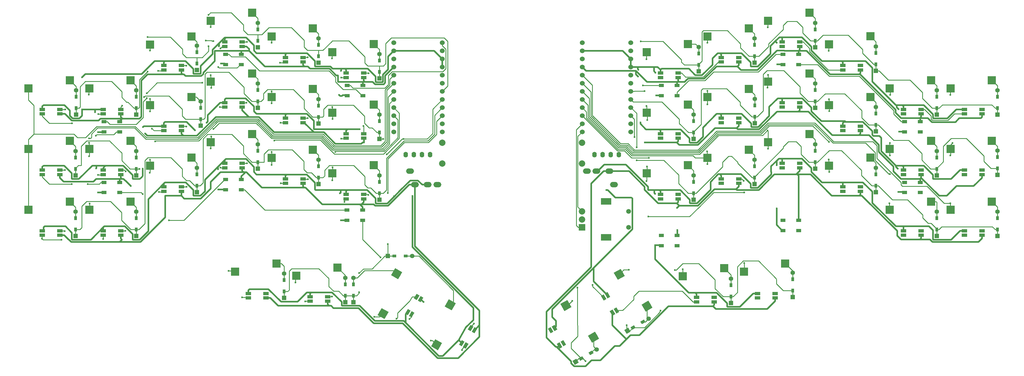
<source format=gbl>
G04 #@! TF.GenerationSoftware,KiCad,Pcbnew,(5.1.4-0-10_14)*
G04 #@! TF.CreationDate,2021-06-12T19:28:26+03:00*
G04 #@! TF.ProjectId,corne-cherry,636f726e-652d-4636-9865-7272792e6b69,3.0.1*
G04 #@! TF.SameCoordinates,Original*
G04 #@! TF.FileFunction,Copper,L2,Bot*
G04 #@! TF.FilePolarity,Positive*
%FSLAX46Y46*%
G04 Gerber Fmt 4.6, Leading zero omitted, Abs format (unit mm)*
G04 Created by KiCad (PCBNEW (5.1.4-0-10_14)) date 2021-06-12 19:28:26*
%MOMM*%
%LPD*%
G04 APERTURE LIST*
%ADD10R,1.500000X1.000000*%
%ADD11R,0.950000X1.300000*%
%ADD12C,1.397000*%
%ADD13R,1.397000X1.397000*%
%ADD14R,2.550000X2.500000*%
%ADD15C,2.500000*%
%ADD16C,0.100000*%
%ADD17R,1.700000X1.000000*%
%ADD18C,0.950000*%
%ADD19R,1.300000X0.950000*%
%ADD20C,1.524000*%
%ADD21R,2.000000X2.000000*%
%ADD22C,2.000000*%
%ADD23R,3.200000X2.000000*%
%ADD24C,1.500000*%
%ADD25O,1.397000X1.778000*%
%ADD26O,2.500000X1.700000*%
%ADD27C,1.000000*%
%ADD28C,0.600000*%
%ADD29C,0.250000*%
%ADD30C,0.254000*%
%ADD31C,0.508000*%
%ADD32C,0.500000*%
G04 APERTURE END LIST*
D10*
X117557500Y-32305000D03*
X117557500Y-35505000D03*
X112657500Y-32305000D03*
X112657500Y-35505000D03*
D11*
X46734500Y-35905000D03*
D12*
X46734500Y-33870000D03*
D13*
X46734500Y-41490000D03*
D11*
X46734500Y-39455000D03*
D14*
X120949500Y-57325000D03*
X108022500Y-59865000D03*
D15*
X144879091Y-101055680D03*
D16*
G36*
X144434059Y-99326498D02*
G01*
X146599123Y-100576498D01*
X145324123Y-102784862D01*
X143159059Y-101534862D01*
X144434059Y-99326498D01*
X144434059Y-99326498D01*
G37*
D15*
X140615295Y-113520790D03*
D16*
G36*
X140170263Y-111791608D02*
G01*
X142335327Y-113041608D01*
X141060327Y-115249972D01*
X138895263Y-113999972D01*
X140170263Y-111791608D01*
X140170263Y-111791608D01*
G37*
D15*
X189684909Y-111169320D03*
D16*
G36*
X191404941Y-111648502D02*
G01*
X189239877Y-112898502D01*
X187964877Y-110690138D01*
X190129941Y-109440138D01*
X191404941Y-111648502D01*
X191404941Y-111648502D01*
G37*
D15*
X181021705Y-101244210D03*
D16*
G36*
X182741737Y-101723392D02*
G01*
X180576673Y-102973392D01*
X179301673Y-100765028D01*
X181466737Y-99515028D01*
X182741737Y-101723392D01*
X182741737Y-101723392D01*
G37*
D14*
X249609500Y-88100000D03*
X236682500Y-90640000D03*
D17*
X246457500Y-97480000D03*
X246457500Y-98880000D03*
X240957500Y-97480000D03*
X240957500Y-98880000D03*
D11*
X251907500Y-93005000D03*
D12*
X251907500Y-90970000D03*
D13*
X251907500Y-98590000D03*
D11*
X251907500Y-96555000D03*
X92907500Y-93305000D03*
D12*
X92907500Y-91270000D03*
D13*
X92907500Y-98890000D03*
D11*
X92907500Y-96855000D03*
D18*
X188907500Y-116080000D03*
D16*
G36*
X188582083Y-116816362D02*
G01*
X188107083Y-115993638D01*
X189232917Y-115343638D01*
X189707917Y-116166362D01*
X188582083Y-116816362D01*
X188582083Y-116816362D01*
G37*
D12*
X190669862Y-115062500D03*
X184070748Y-118872500D03*
D16*
G36*
X183815079Y-119826669D02*
G01*
X183116579Y-118616831D01*
X184326417Y-117918331D01*
X185024917Y-119128169D01*
X183815079Y-119826669D01*
X183815079Y-119826669D01*
G37*
D18*
X185833110Y-117855000D03*
D16*
G36*
X185507693Y-118591362D02*
G01*
X185032693Y-117768638D01*
X186158527Y-117118638D01*
X186633527Y-117941362D01*
X185507693Y-118591362D01*
X185507693Y-118591362D01*
G37*
D18*
X205107500Y-106380000D03*
D16*
G36*
X204782083Y-107116362D02*
G01*
X204307083Y-106293638D01*
X205432917Y-105643638D01*
X205907917Y-106466362D01*
X204782083Y-107116362D01*
X204782083Y-107116362D01*
G37*
D12*
X206869862Y-105362500D03*
X200270748Y-109172500D03*
D16*
G36*
X200015079Y-110126669D02*
G01*
X199316579Y-108916831D01*
X200526417Y-108218331D01*
X201224917Y-109428169D01*
X200015079Y-110126669D01*
X200015079Y-110126669D01*
G37*
D18*
X202033110Y-108155000D03*
D16*
G36*
X201707693Y-108891362D02*
G01*
X201232693Y-108068638D01*
X202358527Y-107418638D01*
X202833527Y-108241362D01*
X201707693Y-108891362D01*
X201707693Y-108891362D01*
G37*
D11*
X232607500Y-94905000D03*
D12*
X232607500Y-92870000D03*
D13*
X232607500Y-100490000D03*
D11*
X232607500Y-98455000D03*
X220957500Y-62530000D03*
D12*
X220957500Y-60495000D03*
D13*
X220957500Y-68115000D03*
D11*
X220957500Y-66080000D03*
X239964500Y-57650000D03*
D12*
X239964500Y-55615000D03*
D13*
X239964500Y-63235000D03*
D11*
X239964500Y-61200000D03*
X258964500Y-52775000D03*
D12*
X258964500Y-50740000D03*
D13*
X258964500Y-58360000D03*
D11*
X258964500Y-56325000D03*
X277964500Y-60150000D03*
D12*
X277964500Y-58115000D03*
D13*
X277964500Y-65735000D03*
D11*
X277964500Y-63700000D03*
X296964500Y-73900000D03*
D12*
X296964500Y-71865000D03*
D13*
X296964500Y-79485000D03*
D11*
X296964500Y-77450000D03*
X315964500Y-73900000D03*
D12*
X315964500Y-71865000D03*
D13*
X315964500Y-79485000D03*
D11*
X315964500Y-77450000D03*
X220957500Y-43530000D03*
D12*
X220957500Y-41495000D03*
D13*
X220957500Y-49115000D03*
D11*
X220957500Y-47080000D03*
X240107500Y-38605000D03*
D12*
X240107500Y-36570000D03*
D13*
X240107500Y-44190000D03*
D11*
X240107500Y-42155000D03*
X258964500Y-33775000D03*
D12*
X258964500Y-31740000D03*
D13*
X258964500Y-39360000D03*
D11*
X258964500Y-37325000D03*
X277964500Y-41150000D03*
D12*
X277964500Y-39115000D03*
D13*
X277964500Y-46735000D03*
D11*
X277964500Y-44700000D03*
X296964500Y-54900000D03*
D12*
X296964500Y-52865000D03*
D13*
X296964500Y-60485000D03*
D11*
X296964500Y-58450000D03*
X315964500Y-54750000D03*
D12*
X315964500Y-52715000D03*
D13*
X315964500Y-60335000D03*
D11*
X315964500Y-58300000D03*
X222557500Y-22345000D03*
D12*
X222557500Y-20310000D03*
D13*
X222557500Y-27930000D03*
D11*
X222557500Y-25895000D03*
X239964500Y-19650000D03*
D12*
X239964500Y-17615000D03*
D13*
X239964500Y-25235000D03*
D11*
X239964500Y-23200000D03*
X258964500Y-14775000D03*
D12*
X258964500Y-12740000D03*
D13*
X258964500Y-20360000D03*
D11*
X258964500Y-18325000D03*
X277964500Y-22150000D03*
D12*
X277964500Y-20115000D03*
D13*
X277964500Y-27735000D03*
D11*
X277964500Y-25700000D03*
X296964500Y-35900000D03*
D12*
X296964500Y-33865000D03*
D13*
X296964500Y-41485000D03*
D11*
X296964500Y-39450000D03*
X315964500Y-35900000D03*
D12*
X315964500Y-33865000D03*
D13*
X315964500Y-41485000D03*
D11*
X315964500Y-39450000D03*
D19*
X130957500Y-85780000D03*
D12*
X132992500Y-85780000D03*
D13*
X125372500Y-85780000D03*
D19*
X127407500Y-85780000D03*
D11*
X114607500Y-94605000D03*
D12*
X114607500Y-92570000D03*
D13*
X114607500Y-100190000D03*
D11*
X114607500Y-98155000D03*
X112107500Y-94605000D03*
D12*
X112107500Y-92570000D03*
D13*
X112107500Y-100190000D03*
D11*
X112107500Y-98155000D03*
X122707500Y-62530000D03*
D12*
X122707500Y-60495000D03*
D13*
X122707500Y-68115000D03*
D11*
X122707500Y-66080000D03*
X103707500Y-57655000D03*
D12*
X103707500Y-55620000D03*
D13*
X103707500Y-63240000D03*
D11*
X103707500Y-61205000D03*
X84707500Y-52780000D03*
D12*
X84707500Y-50745000D03*
D13*
X84707500Y-58365000D03*
D11*
X84707500Y-56330000D03*
X65707500Y-60155000D03*
D12*
X65707500Y-58120000D03*
D13*
X65707500Y-65740000D03*
D11*
X65707500Y-63705000D03*
X46734500Y-73905000D03*
D12*
X46734500Y-71870000D03*
D13*
X46734500Y-79490000D03*
D11*
X46734500Y-77455000D03*
X27734500Y-73901875D03*
D12*
X27734500Y-71866875D03*
D13*
X27734500Y-79486875D03*
D11*
X27734500Y-77451875D03*
X122707500Y-43530000D03*
D12*
X122707500Y-41495000D03*
D13*
X122707500Y-49115000D03*
D11*
X122707500Y-47080000D03*
X103707500Y-38655000D03*
D12*
X103707500Y-36620000D03*
D13*
X103707500Y-44240000D03*
D11*
X103707500Y-42205000D03*
X84707500Y-33780000D03*
D12*
X84707500Y-31745000D03*
D13*
X84707500Y-39365000D03*
D11*
X84707500Y-37330000D03*
X66857500Y-39355000D03*
D12*
X66857500Y-37320000D03*
D13*
X66857500Y-44940000D03*
D11*
X66857500Y-42905000D03*
X46734500Y-54905000D03*
D12*
X46734500Y-52870000D03*
D13*
X46734500Y-60490000D03*
D11*
X46734500Y-58455000D03*
X27734500Y-54901875D03*
D12*
X27734500Y-52866875D03*
D13*
X27734500Y-60486875D03*
D11*
X27734500Y-58451875D03*
X122707500Y-24530000D03*
D12*
X122707500Y-22495000D03*
D13*
X122707500Y-30115000D03*
D11*
X122707500Y-28080000D03*
X103707500Y-19655000D03*
D12*
X103707500Y-17620000D03*
D13*
X103707500Y-25240000D03*
D11*
X103707500Y-23205000D03*
X84707500Y-14780000D03*
D12*
X84707500Y-12745000D03*
D13*
X84707500Y-20365000D03*
D11*
X84707500Y-18330000D03*
X65707500Y-21905000D03*
D12*
X65707500Y-19870000D03*
D13*
X65707500Y-27490000D03*
D11*
X65707500Y-25455000D03*
X27907500Y-35895000D03*
D12*
X27907500Y-33860000D03*
D13*
X27907500Y-41480000D03*
D11*
X27907500Y-39445000D03*
D20*
X127203900Y-18942000D03*
X127203900Y-21482000D03*
X127203900Y-24022000D03*
X127203900Y-26562000D03*
X127203900Y-29102000D03*
X127203900Y-31642000D03*
X127203900Y-34182000D03*
X127203900Y-36722000D03*
X127203900Y-39262000D03*
X127203900Y-41802000D03*
X127203900Y-44342000D03*
X127203900Y-46882000D03*
X142423900Y-46882000D03*
X142423900Y-44342000D03*
X142423900Y-41802000D03*
X142423900Y-39262000D03*
X142423900Y-36722000D03*
X142423900Y-34182000D03*
X142423900Y-31642000D03*
X142423900Y-29102000D03*
X142423900Y-26562000D03*
X142423900Y-24022000D03*
X142423900Y-21482000D03*
X142423900Y-18942000D03*
D14*
X120949500Y-19325000D03*
X108022500Y-21865000D03*
D15*
X206384909Y-101419320D03*
D16*
G36*
X208104941Y-101898502D02*
G01*
X205939877Y-103148502D01*
X204664877Y-100940138D01*
X206829941Y-99690138D01*
X208104941Y-101898502D01*
X208104941Y-101898502D01*
G37*
D15*
X197721705Y-91494210D03*
D16*
G36*
X199441737Y-91973392D02*
G01*
X197276673Y-93223392D01*
X196001673Y-91015028D01*
X198166737Y-89765028D01*
X199441737Y-91973392D01*
X199441737Y-91973392D01*
G37*
D15*
X128129091Y-91305680D03*
D16*
G36*
X127684059Y-89576498D02*
G01*
X129849123Y-90826498D01*
X128574123Y-93034862D01*
X126409059Y-91784862D01*
X127684059Y-89576498D01*
X127684059Y-89576498D01*
G37*
D15*
X123865295Y-103770790D03*
D16*
G36*
X123420263Y-102041608D02*
G01*
X125585327Y-103291608D01*
X124310327Y-105499972D01*
X122145263Y-104249972D01*
X123420263Y-102041608D01*
X123420263Y-102041608D01*
G37*
D21*
X186107500Y-76780000D03*
D22*
X186107500Y-74280000D03*
X186107500Y-71780000D03*
D23*
X193607500Y-79880000D03*
X193607500Y-68680000D03*
D24*
X200607500Y-76780000D03*
X200607500Y-71780000D03*
D14*
X90549500Y-88100000D03*
X77622500Y-90640000D03*
D17*
X87257500Y-97480000D03*
X87257500Y-98880000D03*
X81757500Y-97480000D03*
X81757500Y-98880000D03*
D20*
X186128900Y-18912000D03*
X186128900Y-21452000D03*
X186128900Y-23992000D03*
X186128900Y-26532000D03*
X186128900Y-29072000D03*
X186128900Y-31612000D03*
X186128900Y-34152000D03*
X186128900Y-36692000D03*
X186128900Y-39232000D03*
X186128900Y-41772000D03*
X186128900Y-44312000D03*
X186128900Y-46852000D03*
X201348900Y-46852000D03*
X201348900Y-44312000D03*
X201348900Y-41772000D03*
X201348900Y-39232000D03*
X201348900Y-36692000D03*
X201348900Y-34152000D03*
X201348900Y-31612000D03*
X201348900Y-29072000D03*
X201348900Y-26532000D03*
X201348900Y-23992000D03*
X201348900Y-21452000D03*
X201348900Y-18912000D03*
D22*
X186054500Y-50272000D03*
X186054500Y-56772000D03*
X142424500Y-50281000D03*
X142424500Y-56781000D03*
D25*
X197547500Y-54020000D03*
X195007500Y-54020000D03*
X192467500Y-54020000D03*
X189927500Y-54020000D03*
X138568500Y-54028000D03*
X136028500Y-54028000D03*
X133488500Y-54028000D03*
X130948500Y-54028000D03*
D26*
X196087500Y-63370000D03*
X194587500Y-59170000D03*
X190587500Y-59170000D03*
X187587500Y-59170000D03*
X132334500Y-59192000D03*
X133834500Y-63392000D03*
X137834500Y-63392000D03*
X140834500Y-63392000D03*
D10*
X41557500Y-43680000D03*
X41557500Y-46880000D03*
X36657500Y-43680000D03*
X36657500Y-46880000D03*
X79557500Y-22555000D03*
X79557500Y-25755000D03*
X74657500Y-22555000D03*
X74657500Y-25755000D03*
X41557500Y-62680000D03*
X41557500Y-65880000D03*
X36657500Y-62680000D03*
X36657500Y-65880000D03*
X79557500Y-61780000D03*
X79557500Y-64980000D03*
X74657500Y-61780000D03*
X74657500Y-64980000D03*
X117457500Y-71380000D03*
X117457500Y-74580000D03*
X112557500Y-71380000D03*
X112557500Y-74580000D03*
X291807500Y-43680000D03*
X291807500Y-46880000D03*
X286907500Y-43680000D03*
X286907500Y-46880000D03*
X253807500Y-22555000D03*
X253807500Y-25755000D03*
X248907500Y-22555000D03*
X248907500Y-25755000D03*
X215807500Y-32305000D03*
X215807500Y-35505000D03*
X210907500Y-32305000D03*
X210907500Y-35505000D03*
X291807500Y-62680000D03*
X291807500Y-65880000D03*
X286907500Y-62680000D03*
X286907500Y-65880000D03*
X253807500Y-74555000D03*
X253807500Y-77755000D03*
X248907500Y-74555000D03*
X248907500Y-77755000D03*
X215807500Y-79305000D03*
X215807500Y-82505000D03*
X210907500Y-79305000D03*
X210907500Y-82505000D03*
D27*
X134376282Y-98548430D03*
D16*
G36*
X134384295Y-99534552D02*
G01*
X133518269Y-99034552D01*
X134368269Y-97562308D01*
X135234295Y-98062308D01*
X134384295Y-99534552D01*
X134384295Y-99534552D01*
G37*
D27*
X135588718Y-99248430D03*
D16*
G36*
X135596731Y-100234552D02*
G01*
X134730705Y-99734552D01*
X135580705Y-98262308D01*
X136446731Y-98762308D01*
X135596731Y-100234552D01*
X135596731Y-100234552D01*
G37*
D27*
X131626282Y-103311570D03*
D16*
G36*
X131634295Y-104297692D02*
G01*
X130768269Y-103797692D01*
X131618269Y-102325448D01*
X132484295Y-102825448D01*
X131634295Y-104297692D01*
X131634295Y-104297692D01*
G37*
D27*
X132838718Y-104011570D03*
D16*
G36*
X132846731Y-104997692D02*
G01*
X131980705Y-104497692D01*
X132830705Y-103025448D01*
X133696731Y-103525448D01*
X132846731Y-104997692D01*
X132846731Y-104997692D01*
G37*
D17*
X22857500Y-39830000D03*
X22857500Y-41230000D03*
X17357500Y-39830000D03*
X17357500Y-41230000D03*
X41857500Y-39830000D03*
X41857500Y-41230000D03*
X36357500Y-39830000D03*
X36357500Y-41230000D03*
X60857500Y-26080000D03*
X60857500Y-27480000D03*
X55357500Y-26080000D03*
X55357500Y-27480000D03*
X79857500Y-18705000D03*
X79857500Y-20105000D03*
X74357500Y-18705000D03*
X74357500Y-20105000D03*
X98857500Y-23580000D03*
X98857500Y-24980000D03*
X93357500Y-23580000D03*
X93357500Y-24980000D03*
X117857500Y-28455000D03*
X117857500Y-29855000D03*
X112357500Y-28455000D03*
X112357500Y-29855000D03*
X22857500Y-58830000D03*
X22857500Y-60230000D03*
X17357500Y-58830000D03*
X17357500Y-60230000D03*
X41857500Y-58830000D03*
X41857500Y-60230000D03*
X36357500Y-58830000D03*
X36357500Y-60230000D03*
X60857500Y-45080000D03*
X60857500Y-46480000D03*
X55357500Y-45080000D03*
X55357500Y-46480000D03*
X79857500Y-37705000D03*
X79857500Y-39105000D03*
X74357500Y-37705000D03*
X74357500Y-39105000D03*
X98857500Y-42580000D03*
X98857500Y-43980000D03*
X93357500Y-42580000D03*
X93357500Y-43980000D03*
X117857500Y-47455000D03*
X117857500Y-48855000D03*
X112357500Y-47455000D03*
X112357500Y-48855000D03*
X22857500Y-77830000D03*
X22857500Y-79230000D03*
X17357500Y-77830000D03*
X17357500Y-79230000D03*
X41857500Y-77830000D03*
X41857500Y-79230000D03*
X36357500Y-77830000D03*
X36357500Y-79230000D03*
X60857500Y-64080000D03*
X60857500Y-65480000D03*
X55357500Y-64080000D03*
X55357500Y-65480000D03*
X79857500Y-56705000D03*
X79857500Y-58105000D03*
X74357500Y-56705000D03*
X74357500Y-58105000D03*
X117857500Y-66455000D03*
X117857500Y-67855000D03*
X112357500Y-66455000D03*
X112357500Y-67855000D03*
X106557500Y-98505000D03*
X106557500Y-99905000D03*
X101057500Y-98505000D03*
X101057500Y-99905000D03*
D27*
X151239903Y-108298430D03*
D16*
G36*
X151247916Y-109284552D02*
G01*
X150381890Y-108784552D01*
X151231890Y-107312308D01*
X152097916Y-107812308D01*
X151247916Y-109284552D01*
X151247916Y-109284552D01*
G37*
D27*
X152452339Y-108998430D03*
D16*
G36*
X152460352Y-109984552D02*
G01*
X151594326Y-109484552D01*
X152444326Y-108012308D01*
X153310352Y-108512308D01*
X152460352Y-109984552D01*
X152460352Y-109984552D01*
G37*
D27*
X148489903Y-113061570D03*
D16*
G36*
X148497916Y-114047692D02*
G01*
X147631890Y-113547692D01*
X148481890Y-112075448D01*
X149347916Y-112575448D01*
X148497916Y-114047692D01*
X148497916Y-114047692D01*
G37*
D27*
X149702339Y-113761570D03*
D16*
G36*
X149710352Y-114747692D02*
G01*
X148844326Y-114247692D01*
X149694326Y-112775448D01*
X150560352Y-113275448D01*
X149710352Y-114747692D01*
X149710352Y-114747692D01*
G37*
D17*
X254107500Y-37705000D03*
X254107500Y-39105000D03*
X248607500Y-37705000D03*
X248607500Y-39105000D03*
X235107500Y-42580000D03*
X235107500Y-43980000D03*
X229607500Y-42580000D03*
X229607500Y-43980000D03*
X216107500Y-47455000D03*
X216107500Y-48855000D03*
X210607500Y-47455000D03*
X210607500Y-48855000D03*
X311107500Y-77830000D03*
X311107500Y-79230000D03*
X305607500Y-77830000D03*
X305607500Y-79230000D03*
X292107500Y-77830000D03*
X292107500Y-79230000D03*
X286607500Y-77830000D03*
X286607500Y-79230000D03*
X273107500Y-64080000D03*
X273107500Y-65480000D03*
X267607500Y-64080000D03*
X267607500Y-65480000D03*
X254107500Y-56705000D03*
X254107500Y-58105000D03*
X248607500Y-56705000D03*
X248607500Y-58105000D03*
X235107500Y-61580000D03*
X235107500Y-62980000D03*
X229607500Y-61580000D03*
X229607500Y-62980000D03*
X216107500Y-66455000D03*
X216107500Y-67855000D03*
X210607500Y-66455000D03*
X210607500Y-67855000D03*
X227407500Y-98705000D03*
X227407500Y-100105000D03*
X221907500Y-98705000D03*
X221907500Y-100105000D03*
D27*
X196807500Y-102780000D03*
D16*
G36*
X195949487Y-102293878D02*
G01*
X196815513Y-101793878D01*
X197665513Y-103266122D01*
X196799487Y-103766122D01*
X195949487Y-102293878D01*
X195949487Y-102293878D01*
G37*
D27*
X195595064Y-103480000D03*
D16*
G36*
X194737051Y-102993878D02*
G01*
X195603077Y-102493878D01*
X196453077Y-103966122D01*
X195587051Y-104466122D01*
X194737051Y-102993878D01*
X194737051Y-102993878D01*
G37*
D27*
X194057500Y-98016860D03*
D16*
G36*
X193199487Y-97530738D02*
G01*
X194065513Y-97030738D01*
X194915513Y-98502982D01*
X194049487Y-99002982D01*
X193199487Y-97530738D01*
X193199487Y-97530738D01*
G37*
D27*
X192845064Y-98716860D03*
D16*
G36*
X191987051Y-98230738D02*
G01*
X192853077Y-97730738D01*
X193703077Y-99202982D01*
X192837051Y-99702982D01*
X191987051Y-98230738D01*
X191987051Y-98230738D01*
G37*
D27*
X180232097Y-113056570D03*
D16*
G36*
X179374084Y-112570448D02*
G01*
X180240110Y-112070448D01*
X181090110Y-113542692D01*
X180224084Y-114042692D01*
X179374084Y-112570448D01*
X179374084Y-112570448D01*
G37*
D27*
X179019661Y-113756570D03*
D16*
G36*
X178161648Y-113270448D02*
G01*
X179027674Y-112770448D01*
X179877674Y-114242692D01*
X179011648Y-114742692D01*
X178161648Y-113270448D01*
X178161648Y-113270448D01*
G37*
D27*
X177482097Y-108293430D03*
D16*
G36*
X176624084Y-107807308D02*
G01*
X177490110Y-107307308D01*
X178340110Y-108779552D01*
X177474084Y-109279552D01*
X176624084Y-107807308D01*
X176624084Y-107807308D01*
G37*
D27*
X176269661Y-108993430D03*
D16*
G36*
X175411648Y-108507308D02*
G01*
X176277674Y-108007308D01*
X177127674Y-109479552D01*
X176261648Y-109979552D01*
X175411648Y-108507308D01*
X175411648Y-108507308D01*
G37*
D17*
X98857500Y-61580000D03*
X98857500Y-62980000D03*
X93357500Y-61580000D03*
X93357500Y-62980000D03*
X311107500Y-39830000D03*
X311107500Y-41230000D03*
X305607500Y-39830000D03*
X305607500Y-41230000D03*
X292107500Y-39830000D03*
X292107500Y-41230000D03*
X286607500Y-39830000D03*
X286607500Y-41230000D03*
X273107500Y-26080000D03*
X273107500Y-27480000D03*
X267607500Y-26080000D03*
X267607500Y-27480000D03*
X254107500Y-18705000D03*
X254107500Y-20105000D03*
X248607500Y-18705000D03*
X248607500Y-20105000D03*
X235107500Y-23580000D03*
X235107500Y-24980000D03*
X229607500Y-23580000D03*
X229607500Y-24980000D03*
X216107500Y-28455000D03*
X216107500Y-29855000D03*
X210607500Y-28455000D03*
X210607500Y-29855000D03*
X311107500Y-58830000D03*
X311107500Y-60230000D03*
X305607500Y-58830000D03*
X305607500Y-60230000D03*
X292107500Y-58830000D03*
X292107500Y-60230000D03*
X286607500Y-58830000D03*
X286607500Y-60230000D03*
X273107500Y-45080000D03*
X273107500Y-46480000D03*
X267607500Y-45080000D03*
X267607500Y-46480000D03*
D14*
X219206500Y-38320000D03*
X206279500Y-40860000D03*
X219206500Y-57320000D03*
X206279500Y-59860000D03*
X25949500Y-68700000D03*
X13022500Y-71240000D03*
X295206500Y-68695000D03*
X282279500Y-71235000D03*
X257206500Y-47570000D03*
X244279500Y-50110000D03*
X44949500Y-68700000D03*
X32022500Y-71240000D03*
X25949500Y-49700000D03*
X13022500Y-52240000D03*
X44949500Y-49700000D03*
X32022500Y-52240000D03*
X25949500Y-30700000D03*
X13022500Y-33240000D03*
X44949500Y-30700000D03*
X32022500Y-33240000D03*
X63949500Y-16950000D03*
X51022500Y-19490000D03*
X82949500Y-9575000D03*
X70022500Y-12115000D03*
X101949500Y-14450000D03*
X89022500Y-16990000D03*
X63949500Y-35950000D03*
X51022500Y-38490000D03*
X82949500Y-28575000D03*
X70022500Y-31115000D03*
X101949500Y-33450000D03*
X89022500Y-35990000D03*
X120949500Y-38325000D03*
X108022500Y-40865000D03*
X63949500Y-54950000D03*
X51022500Y-57490000D03*
X82949500Y-47575000D03*
X70022500Y-50115000D03*
X101949500Y-52450000D03*
X89022500Y-54990000D03*
X109649500Y-89375000D03*
X96722500Y-91915000D03*
X314206500Y-30695000D03*
X301279500Y-33235000D03*
X295206500Y-30695000D03*
X282279500Y-33235000D03*
X276206500Y-16945000D03*
X263279500Y-19485000D03*
X257206500Y-9570000D03*
X244279500Y-12110000D03*
X238206500Y-14445000D03*
X225279500Y-16985000D03*
X219199500Y-19325000D03*
X206272500Y-21865000D03*
X314206500Y-49695000D03*
X301279500Y-52235000D03*
X295206500Y-49695000D03*
X282279500Y-52235000D03*
X276206500Y-35945000D03*
X263279500Y-38485000D03*
X257206500Y-28570000D03*
X244279500Y-31110000D03*
X238206500Y-33445000D03*
X225279500Y-35985000D03*
X314206500Y-68695000D03*
X301279500Y-71235000D03*
X276206500Y-54945000D03*
X263279500Y-57485000D03*
X238206500Y-52445000D03*
X225279500Y-54985000D03*
X230506500Y-89570000D03*
X217579500Y-92110000D03*
D28*
X69307500Y-10180000D03*
X69307500Y-20080000D03*
X50307500Y-17180000D03*
X50307500Y-27980000D03*
X123907500Y-49080000D03*
X49207500Y-35930000D03*
X47707500Y-58480000D03*
X130295697Y-49065082D03*
X125041889Y-53880000D03*
X116407500Y-91080000D03*
X116407500Y-97080000D03*
X125407500Y-66030000D03*
X125372500Y-82051410D03*
X29757500Y-29780000D03*
X29807500Y-39830000D03*
X34807500Y-46930000D03*
X72557500Y-20080000D03*
X73207500Y-25480000D03*
X110757500Y-27730000D03*
X116557670Y-46045000D03*
X68744162Y-43966662D03*
X65107500Y-46330000D03*
X48775856Y-58380000D03*
X48807500Y-45380000D03*
X34157500Y-58280000D03*
X34807500Y-65830000D03*
X72307500Y-58580000D03*
X72407500Y-64880000D03*
X110407500Y-66130000D03*
X110757500Y-74580000D03*
X127346669Y-67069169D03*
X133084500Y-66957000D03*
X123752407Y-31219254D03*
X33807500Y-40680000D03*
X110157500Y-35280000D03*
X117907500Y-50180000D03*
X49525856Y-47411644D03*
X45007500Y-63780000D03*
X132187202Y-109000298D03*
X136507500Y-100130000D03*
X124060812Y-31971510D03*
X32007500Y-48880000D03*
X32007500Y-54480000D03*
X32007500Y-50280000D03*
X32107500Y-69280000D03*
X31907500Y-35180000D03*
X52607500Y-49807000D03*
X51007500Y-55580000D03*
X51007500Y-40480000D03*
X51007500Y-36530000D03*
X51007500Y-21430000D03*
X50957500Y-59680000D03*
X75607500Y-90430000D03*
X70842922Y-45915422D03*
X70157500Y-48305000D03*
X70157500Y-33080000D03*
X70007500Y-29130000D03*
X70007500Y-14030000D03*
X69957500Y-52080000D03*
X96457500Y-94030000D03*
X89907500Y-49569030D03*
X89007500Y-53105000D03*
X89007500Y-37930000D03*
X89007500Y-34205000D03*
X89007500Y-18930000D03*
X121152364Y-104774864D03*
X89057500Y-57180000D03*
X108957500Y-53169028D03*
X108057500Y-58005000D03*
X108057500Y-42830000D03*
X108007500Y-39105000D03*
X107957500Y-23830000D03*
X108007500Y-62030000D03*
X138807500Y-112280000D03*
X205630500Y-34080000D03*
X204407500Y-18530000D03*
X203157500Y-51730000D03*
X203207500Y-55780000D03*
X202457500Y-48480000D03*
X184657500Y-95630000D03*
X187157500Y-118680000D03*
X200057500Y-107380000D03*
X215107500Y-90130000D03*
X210663584Y-102836084D03*
X205111500Y-32280000D03*
X301207500Y-35280000D03*
X301257500Y-54280000D03*
X301257500Y-69230000D03*
X301857500Y-50330000D03*
X282407500Y-35280000D03*
X282307500Y-54280000D03*
X282207500Y-69230000D03*
X282307500Y-50380000D03*
X282307500Y-60080000D03*
X263357500Y-40330000D03*
X263207500Y-55480000D03*
X263357500Y-59430000D03*
X236757500Y-87930000D03*
X263257500Y-36630000D03*
X263207500Y-21480000D03*
X263257500Y-50030000D03*
X244057500Y-33030000D03*
X244207500Y-52130000D03*
X217607500Y-89930000D03*
X244207500Y-28980000D03*
X244157500Y-14080000D03*
X244060841Y-46433341D03*
X225207500Y-52980000D03*
X225257500Y-38230000D03*
X225257500Y-34030000D03*
X225257500Y-18930000D03*
X225257500Y-56980000D03*
X200707500Y-90080000D03*
X206457500Y-43130000D03*
X206257500Y-38730000D03*
X206257500Y-24080000D03*
X206357500Y-57680000D03*
X206207500Y-62330000D03*
X183057500Y-99780000D03*
X206957500Y-54980000D03*
X203603500Y-29480000D03*
X215807500Y-70668002D03*
X215857500Y-77630000D03*
X205718246Y-50215010D03*
X209057500Y-28330000D03*
X209307500Y-35480000D03*
X246957500Y-18980000D03*
X247107500Y-25730000D03*
X285007500Y-39730000D03*
X285257500Y-46830000D03*
X203707500Y-27380000D03*
X204357500Y-43930000D03*
X284807500Y-58430000D03*
X284957500Y-65680000D03*
X246907500Y-57330000D03*
X246907500Y-70830000D03*
X208907500Y-66230000D03*
X208907500Y-82330000D03*
X193707500Y-65080000D03*
X31598148Y-63180000D03*
X34057500Y-48030000D03*
X50007500Y-36330000D03*
X50007500Y-34730000D03*
X67357500Y-31480000D03*
X72357500Y-26530000D03*
X81307500Y-18680000D03*
X70807500Y-18430000D03*
X68507500Y-18280000D03*
X53607500Y-27780000D03*
X119357500Y-28480000D03*
X91657500Y-25180000D03*
X24507500Y-39830000D03*
X26557500Y-63180000D03*
X43407942Y-59279558D03*
X34857500Y-41330000D03*
X62407500Y-26130000D03*
X51657500Y-45880000D03*
X73057500Y-20715010D03*
X81182500Y-37705000D03*
X91857500Y-43980000D03*
X100307500Y-23530000D03*
X117757500Y-44980000D03*
X110807500Y-29830000D03*
X24457500Y-58830000D03*
X17257500Y-80330000D03*
X23357500Y-80630000D03*
X43307500Y-77830000D03*
X34807500Y-60380000D03*
X72857500Y-39130000D03*
X81307500Y-56730000D03*
X91907500Y-62980000D03*
X100307500Y-42580000D03*
X119307500Y-66580000D03*
X110807500Y-48980000D03*
X73078125Y-58042694D03*
X107957500Y-98480000D03*
X152257500Y-106880000D03*
X111807500Y-68830000D03*
X99507500Y-99930000D03*
X128107500Y-105341373D03*
X123057500Y-86180000D03*
X148557500Y-115230000D03*
X48707500Y-66380000D03*
X56957500Y-74580000D03*
X42307500Y-38630000D03*
X26657500Y-44180000D03*
X62357500Y-45180000D03*
X53861659Y-65634159D03*
X132107500Y-105430000D03*
X100357500Y-61680000D03*
X189407500Y-94780000D03*
X206834500Y-73380000D03*
X236757500Y-65841510D03*
X236657500Y-62180000D03*
X24357500Y-77930000D03*
X36357500Y-80430000D03*
X62457500Y-64080000D03*
X79807500Y-98730000D03*
D29*
X144107500Y-32498400D02*
X144107500Y-18480000D01*
X142423900Y-34182000D02*
X144107500Y-32498400D01*
X144107500Y-18480000D02*
X143007500Y-17380000D01*
X143007500Y-17380000D02*
X126507500Y-17380000D01*
X124707500Y-19180000D02*
X124707500Y-25480000D01*
X126507500Y-17380000D02*
X124707500Y-19180000D01*
X124007500Y-26180000D02*
X122707500Y-26180000D01*
X124707500Y-25480000D02*
X124007500Y-26180000D01*
X105082500Y-21305000D02*
X103707500Y-21305000D01*
X107907500Y-18380000D02*
X107907500Y-18480000D01*
X118207500Y-25280000D02*
X118207500Y-23380000D01*
X113207500Y-18380000D02*
X107907500Y-18380000D01*
X107907500Y-18480000D02*
X105082500Y-21305000D01*
X118207500Y-23380000D02*
X113207500Y-18380000D01*
X119107500Y-26180000D02*
X118207500Y-25280000D01*
X122707500Y-26180000D02*
X119107500Y-26180000D01*
X103707500Y-23340000D02*
X103707500Y-21305000D01*
X88207500Y-14180000D02*
X85957500Y-16430000D01*
X85957500Y-16430000D02*
X84707500Y-16430000D01*
X103707500Y-21305000D02*
X100232500Y-21305000D01*
X99207500Y-18180000D02*
X95207500Y-14180000D01*
X99207500Y-20280000D02*
X99207500Y-18180000D01*
X95207500Y-14180000D02*
X88207500Y-14180000D01*
X100232500Y-21305000D02*
X99207500Y-20280000D01*
X84707500Y-18465000D02*
X84707500Y-16430000D01*
X84707500Y-16430000D02*
X81557500Y-16430000D01*
X81557500Y-16430000D02*
X80207500Y-15080000D01*
X80207500Y-15080000D02*
X80207500Y-14239998D01*
X80207500Y-14239998D02*
X80207500Y-13780000D01*
X80207500Y-13780000D02*
X80207500Y-13380000D01*
X80207500Y-13380000D02*
X76407500Y-9580000D01*
X76407500Y-9580000D02*
X69907500Y-9580000D01*
X69907500Y-9580000D02*
X69307500Y-10180000D01*
X67332500Y-23555000D02*
X65707500Y-23555000D01*
X69307500Y-21580000D02*
X67332500Y-23555000D01*
X69307500Y-20080000D02*
X69307500Y-21580000D01*
X65707500Y-23555000D02*
X65707500Y-25590000D01*
X65707500Y-23555000D02*
X62382500Y-23555000D01*
X62382500Y-23555000D02*
X61207500Y-22380000D01*
X61207500Y-22380000D02*
X61207500Y-20980000D01*
X61207500Y-20980000D02*
X59707500Y-19480000D01*
X57407500Y-17180000D02*
X50307500Y-17180000D01*
X59707500Y-19480000D02*
X57407500Y-17180000D01*
X27907500Y-39270000D02*
X27907500Y-39445000D01*
X27907500Y-39445000D02*
X27907500Y-41480000D01*
X47758001Y-39179499D02*
X47482500Y-39455000D01*
X47482500Y-39455000D02*
X46734500Y-39455000D01*
X47758001Y-30529499D02*
X47758001Y-39179499D01*
X50307500Y-27980000D02*
X47758001Y-30529499D01*
X46734500Y-39455000D02*
X46734500Y-41490000D01*
X28842500Y-39445000D02*
X27907500Y-39445000D01*
X30807500Y-31080000D02*
X29157500Y-32730000D01*
X29157500Y-39130000D02*
X28842500Y-39445000D01*
X39007500Y-31080000D02*
X30807500Y-31080000D01*
X42207500Y-34280000D02*
X39007500Y-31080000D01*
X44109500Y-37555000D02*
X43682500Y-37555000D01*
X42207500Y-36080000D02*
X42207500Y-34280000D01*
X43682500Y-37555000D02*
X42207500Y-36080000D01*
X29157500Y-32730000D02*
X29157500Y-39130000D01*
X46009500Y-39455000D02*
X44109500Y-37555000D01*
X46734500Y-39455000D02*
X46009500Y-39455000D01*
X122707500Y-26180000D02*
X122707500Y-28080000D01*
X122707500Y-28080000D02*
X122707500Y-30115000D01*
X27907500Y-32872172D02*
X27907500Y-33860000D01*
X27907500Y-32633000D02*
X27907500Y-32872172D01*
X25974500Y-30700000D02*
X27907500Y-32633000D01*
X25949500Y-30700000D02*
X25974500Y-30700000D01*
X27907500Y-35895000D02*
X27907500Y-33860000D01*
X122707500Y-49115000D02*
X122707500Y-47080000D01*
X103707500Y-42030000D02*
X103707500Y-42205000D01*
X103707500Y-42205000D02*
X103707500Y-44240000D01*
X104982500Y-42205000D02*
X103707500Y-42205000D01*
X105307500Y-41880000D02*
X104982500Y-42205000D01*
X105307500Y-39780000D02*
X105307500Y-41880000D01*
X118107500Y-41980000D02*
X114607500Y-38480000D01*
X106607500Y-38480000D02*
X105307500Y-39780000D01*
X118107500Y-44180000D02*
X118107500Y-41980000D01*
X114607500Y-38480000D02*
X106607500Y-38480000D01*
X122707500Y-47080000D02*
X121982500Y-47080000D01*
X120482500Y-45580000D02*
X119507500Y-45580000D01*
X119507500Y-45580000D02*
X118107500Y-44180000D01*
X121982500Y-47080000D02*
X120482500Y-45580000D01*
X84707500Y-37330000D02*
X84707500Y-39365000D01*
X61107500Y-39780000D02*
X57507500Y-36180000D01*
X61107500Y-41880000D02*
X61107500Y-39780000D01*
X46734500Y-58455000D02*
X46734500Y-60490000D01*
X27734500Y-58276875D02*
X27734500Y-58451875D01*
X29507500Y-57380000D02*
X28631375Y-57380000D01*
X29507500Y-51380000D02*
X29507500Y-57380000D01*
X46734500Y-58455000D02*
X44782500Y-58455000D01*
X44782500Y-58455000D02*
X42207500Y-55880000D01*
X42207500Y-53480000D02*
X38707500Y-49980000D01*
X28631375Y-57380000D02*
X27734500Y-58276875D01*
X42207500Y-55880000D02*
X42207500Y-53480000D01*
X27734500Y-58451875D02*
X27734500Y-60486875D01*
X139407500Y-39738400D02*
X139407500Y-47380000D01*
X142423900Y-36722000D02*
X139407500Y-39738400D01*
X139407500Y-47380000D02*
X137672500Y-49115000D01*
D30*
X123872500Y-49115000D02*
X123907500Y-49080000D01*
X122707500Y-49115000D02*
X123872500Y-49115000D01*
X38380499Y-49652999D02*
X31234501Y-49652999D01*
X31234501Y-49652999D02*
X29507500Y-51380000D01*
X38707500Y-49980000D02*
X38380499Y-49652999D01*
X57230499Y-35902999D02*
X57507500Y-36180000D01*
D29*
X80407500Y-32880000D02*
X80407500Y-34880000D01*
X82857500Y-37330000D02*
X84707500Y-37330000D01*
X75707500Y-28180000D02*
X80407500Y-32880000D01*
X68807500Y-28180000D02*
X75707500Y-28180000D01*
X80407500Y-34880000D02*
X82857500Y-37330000D01*
X56957501Y-35630001D02*
X57230499Y-35902999D01*
X49507499Y-35630001D02*
X56957501Y-35630001D01*
X49207500Y-35930000D02*
X49507499Y-35630001D01*
X66857500Y-42905000D02*
X66857500Y-44940000D01*
X64132500Y-42905000D02*
X66857500Y-42905000D01*
X62132500Y-42905000D02*
X64132500Y-42905000D01*
X61107500Y-41880000D02*
X62132500Y-42905000D01*
X68257500Y-28730000D02*
X68257500Y-42480000D01*
X68807500Y-28180000D02*
X68257500Y-28730000D01*
X67832500Y-42905000D02*
X66857500Y-42905000D01*
X68257500Y-42480000D02*
X67832500Y-42905000D01*
X47682500Y-58455000D02*
X47707500Y-58480000D01*
X46734500Y-58455000D02*
X47682500Y-58455000D01*
X130345615Y-49115000D02*
X130295697Y-49065082D01*
X137672500Y-49115000D02*
X130345615Y-49115000D01*
X129856807Y-49065082D02*
X130295697Y-49065082D01*
X125041889Y-53880000D02*
X129856807Y-49065082D01*
X85757500Y-37330000D02*
X84707500Y-37330000D01*
X87807500Y-33580000D02*
X86507500Y-34880000D01*
X101867264Y-42205000D02*
X99207500Y-39545236D01*
X95807500Y-33580000D02*
X87807500Y-33580000D01*
X86507500Y-36580000D02*
X85757500Y-37330000D01*
X99207500Y-39545236D02*
X99207500Y-36980000D01*
X86507500Y-34880000D02*
X86507500Y-36580000D01*
X99207500Y-36980000D02*
X95807500Y-33580000D01*
X103707500Y-42205000D02*
X101867264Y-42205000D01*
X46734500Y-32882172D02*
X46734500Y-33870000D01*
X46734500Y-32460000D02*
X46734500Y-32882172D01*
X44974500Y-30700000D02*
X46734500Y-32460000D01*
X44949500Y-30700000D02*
X44974500Y-30700000D01*
X46734500Y-35905000D02*
X46734500Y-33870000D01*
X122707500Y-66080000D02*
X122707500Y-68115000D01*
X105607500Y-60680000D02*
X105082500Y-61205000D01*
X105607500Y-58880000D02*
X105607500Y-60680000D01*
X107107500Y-57380000D02*
X105607500Y-58880000D01*
X105082500Y-61205000D02*
X103707500Y-61205000D01*
X114707500Y-57380000D02*
X107107500Y-57380000D01*
X118207500Y-60880000D02*
X114707500Y-57380000D01*
X118207500Y-63480000D02*
X118207500Y-60880000D01*
X120007500Y-64380000D02*
X119107500Y-64380000D01*
X121707500Y-66080000D02*
X120007500Y-64380000D01*
X119107500Y-64380000D02*
X118207500Y-63480000D01*
X122707500Y-66080000D02*
X121707500Y-66080000D01*
X103707500Y-61205000D02*
X103707500Y-63240000D01*
X86707500Y-53780000D02*
X86707500Y-56280000D01*
X86657500Y-56330000D02*
X84707500Y-56330000D01*
X86707500Y-56280000D02*
X86657500Y-56330000D01*
X95507500Y-52480000D02*
X88007500Y-52480000D01*
X99107500Y-56080000D02*
X95507500Y-52480000D01*
X88007500Y-52480000D02*
X86707500Y-53780000D01*
X99107500Y-58680000D02*
X99107500Y-56080000D01*
X102982500Y-61205000D02*
X101457500Y-59680000D01*
X103707500Y-61205000D02*
X102982500Y-61205000D01*
X100107500Y-59680000D02*
X99107500Y-58680000D01*
X101457500Y-59680000D02*
X100107500Y-59680000D01*
X84707500Y-56330000D02*
X84707500Y-58365000D01*
X84707500Y-56330000D02*
X82857500Y-56330000D01*
X82857500Y-56330000D02*
X80207500Y-53680000D01*
X80207500Y-53680000D02*
X80207500Y-51280000D01*
X80207500Y-51280000D02*
X76607500Y-47680000D01*
X76607500Y-47680000D02*
X69007500Y-47680000D01*
X69007500Y-47680000D02*
X67607500Y-49080000D01*
X67607500Y-49080000D02*
X67607500Y-62780000D01*
X66682500Y-63705000D02*
X65707500Y-63705000D01*
X67607500Y-62780000D02*
X66682500Y-63705000D01*
X65707500Y-63705000D02*
X65707500Y-65740000D01*
X48957510Y-76029990D02*
X47532500Y-77455000D01*
X65707500Y-63705000D02*
X64982500Y-63705000D01*
X63357500Y-62080000D02*
X62407500Y-62080000D01*
X62407500Y-62080000D02*
X61107500Y-60780000D01*
X64982500Y-63705000D02*
X63357500Y-62080000D01*
X47532500Y-77455000D02*
X46734500Y-77455000D01*
X61107500Y-58480000D02*
X57807500Y-55180000D01*
X61107500Y-60780000D02*
X61107500Y-58480000D01*
X46734500Y-77455000D02*
X46734500Y-79490000D01*
X46734500Y-77455000D02*
X44982500Y-77455000D01*
X44982500Y-77455000D02*
X42107500Y-74580000D01*
X42107500Y-74580000D02*
X42107500Y-72080000D01*
X42107500Y-72080000D02*
X39107500Y-69080000D01*
X29707500Y-70180000D02*
X29707500Y-76880000D01*
X29135625Y-77451875D02*
X27734500Y-77451875D01*
X29707500Y-76880000D02*
X29135625Y-77451875D01*
X27734500Y-77451875D02*
X27734500Y-79486875D01*
D30*
X38680499Y-68652999D02*
X39107500Y-69080000D01*
X31234501Y-68652999D02*
X38680499Y-68652999D01*
X29707500Y-70180000D02*
X31234501Y-68652999D01*
X57580499Y-54952999D02*
X57807500Y-55180000D01*
X50334501Y-54952999D02*
X57580499Y-54952999D01*
D29*
X141661901Y-40023999D02*
X142423900Y-39262000D01*
X141661901Y-40025599D02*
X141661901Y-40023999D01*
X140007500Y-41680000D02*
X141661901Y-40025599D01*
X140007500Y-47580000D02*
X140007500Y-41680000D01*
X137907500Y-49680000D02*
X140007500Y-47580000D01*
X130407499Y-49680001D02*
X137907500Y-49680000D01*
X124907500Y-55180000D02*
X130407499Y-49680001D01*
X124907500Y-65080000D02*
X124907500Y-55180000D01*
X123907500Y-66080000D02*
X124907500Y-65080000D01*
X122707500Y-66080000D02*
X123907500Y-66080000D01*
D30*
X49420499Y-75567001D02*
X48957510Y-76029990D01*
X49420499Y-55867001D02*
X49420499Y-75567001D01*
X50334501Y-54952999D02*
X49420499Y-55867001D01*
D29*
X65707500Y-18882172D02*
X65707500Y-19870000D01*
X65707500Y-18683000D02*
X65707500Y-18882172D01*
X63974500Y-16950000D02*
X65707500Y-18683000D01*
X63949500Y-16950000D02*
X63974500Y-16950000D01*
X65707500Y-19870000D02*
X65707500Y-21905000D01*
X125372500Y-82051410D02*
X125372500Y-85780000D01*
X140607500Y-47616410D02*
X138043910Y-50180000D01*
X125375705Y-82048205D02*
X125372500Y-82051410D01*
X140607500Y-43580000D02*
X140607500Y-47616410D01*
X141623501Y-42563999D02*
X140607500Y-43580000D01*
X141661901Y-42563999D02*
X141623501Y-42563999D01*
X142423900Y-41802000D02*
X141661901Y-42563999D01*
X125372500Y-85780000D02*
X127407500Y-85780000D01*
X114607500Y-98155000D02*
X114607500Y-100190000D01*
X114607500Y-98155000D02*
X112107500Y-98155000D01*
X112107500Y-98155000D02*
X112107500Y-100190000D01*
X111382500Y-98155000D02*
X110007500Y-96780000D01*
X112107500Y-98155000D02*
X111382500Y-98155000D01*
X110007500Y-96780000D02*
X108407500Y-96780000D01*
X108407500Y-96780000D02*
X106907500Y-95280000D01*
X106907500Y-95280000D02*
X106907500Y-92780000D01*
X106907500Y-92780000D02*
X103807500Y-89680000D01*
X103807500Y-89680000D02*
X95307500Y-89680000D01*
X95307500Y-89680000D02*
X94507500Y-90480000D01*
X94507500Y-90480000D02*
X94507500Y-96380000D01*
X94032500Y-96855000D02*
X92907500Y-96855000D01*
X94507500Y-96380000D02*
X94032500Y-96855000D01*
X92907500Y-96855000D02*
X92907500Y-98890000D01*
X124424000Y-85780000D02*
X120424000Y-89780000D01*
X125372500Y-85780000D02*
X124424000Y-85780000D01*
X117707500Y-89780000D02*
X116407500Y-91080000D01*
X120424000Y-89780000D02*
X117707500Y-89780000D01*
X115632500Y-98155000D02*
X114607500Y-98155000D01*
X116407500Y-97380000D02*
X115632500Y-98155000D01*
X116407500Y-97080000D02*
X116407500Y-97380000D01*
X138043910Y-50180000D02*
X130557500Y-50180000D01*
X125807500Y-54930000D02*
X125793910Y-54930000D01*
X130557500Y-50180000D02*
X125807500Y-54930000D01*
X125372500Y-82045000D02*
X125375705Y-82048205D01*
X125793910Y-54930000D02*
X125372500Y-55351410D01*
X125372500Y-65995000D02*
X125407500Y-66030000D01*
X125372500Y-55351410D02*
X125372500Y-65995000D01*
X84707500Y-11757172D02*
X84707500Y-12745000D01*
X84707500Y-11308000D02*
X84707500Y-11757172D01*
X82974500Y-9575000D02*
X84707500Y-11308000D01*
X82949500Y-9575000D02*
X82974500Y-9575000D01*
X84707500Y-14780000D02*
X84707500Y-12745000D01*
X103707500Y-16632172D02*
X103707500Y-17620000D01*
X101974500Y-14450000D02*
X103707500Y-16183000D01*
X103707500Y-16183000D02*
X103707500Y-16632172D01*
X101949500Y-14450000D02*
X101974500Y-14450000D01*
X103707500Y-19655000D02*
X103707500Y-17620000D01*
X122707500Y-21058000D02*
X122707500Y-21507172D01*
X120974500Y-19325000D02*
X122707500Y-21058000D01*
X122707500Y-21507172D02*
X122707500Y-22495000D01*
X120949500Y-19325000D02*
X120974500Y-19325000D01*
X122707500Y-22495000D02*
X122707500Y-24530000D01*
X27734500Y-51879047D02*
X27734500Y-52866875D01*
X27734500Y-51460000D02*
X27734500Y-51879047D01*
X25974500Y-49700000D02*
X27734500Y-51460000D01*
X25949500Y-49700000D02*
X25974500Y-49700000D01*
X27734500Y-52866875D02*
X27734500Y-54901875D01*
X46734500Y-51460000D02*
X46734500Y-51882172D01*
X46734500Y-51882172D02*
X46734500Y-52870000D01*
X44974500Y-49700000D02*
X46734500Y-51460000D01*
X44949500Y-49700000D02*
X44974500Y-49700000D01*
X46734500Y-52870000D02*
X46734500Y-54905000D01*
X63949500Y-35950000D02*
X63974500Y-35950000D01*
X65487500Y-35950000D02*
X66857500Y-37320000D01*
X63949500Y-35950000D02*
X65487500Y-35950000D01*
X66857500Y-39355000D02*
X66857500Y-37320000D01*
X84707500Y-30757172D02*
X84707500Y-31745000D01*
X84707500Y-30308000D02*
X84707500Y-30757172D01*
X82974500Y-28575000D02*
X84707500Y-30308000D01*
X82949500Y-28575000D02*
X82974500Y-28575000D01*
X84707500Y-31745000D02*
X84707500Y-33780000D01*
X103707500Y-35183000D02*
X103707500Y-35632172D01*
X103707500Y-35632172D02*
X103707500Y-36620000D01*
X101974500Y-33450000D02*
X103707500Y-35183000D01*
X101949500Y-33450000D02*
X101974500Y-33450000D01*
X103707500Y-36620000D02*
X103707500Y-38655000D01*
X122707500Y-40507172D02*
X122707500Y-41495000D01*
X122707500Y-40058000D02*
X122707500Y-40507172D01*
X120974500Y-38325000D02*
X122707500Y-40058000D01*
X120949500Y-38325000D02*
X120974500Y-38325000D01*
X122707500Y-41495000D02*
X122707500Y-43530000D01*
X27734500Y-70460000D02*
X27734500Y-70879047D01*
X27734500Y-70879047D02*
X27734500Y-71866875D01*
X25974500Y-68700000D02*
X27734500Y-70460000D01*
X25949500Y-68700000D02*
X25974500Y-68700000D01*
X27734500Y-71866875D02*
X27734500Y-73901875D01*
X46734500Y-70460000D02*
X46734500Y-70882172D01*
X44974500Y-68700000D02*
X46734500Y-70460000D01*
X46734500Y-70882172D02*
X46734500Y-71870000D01*
X44949500Y-68700000D02*
X44974500Y-68700000D01*
X46734500Y-71870000D02*
X46734500Y-73905000D01*
X65707500Y-57132172D02*
X65707500Y-58120000D01*
X63974500Y-54950000D02*
X65707500Y-56683000D01*
X65707500Y-56683000D02*
X65707500Y-57132172D01*
X63949500Y-54950000D02*
X63974500Y-54950000D01*
X65707500Y-58120000D02*
X65707500Y-60155000D01*
X84707500Y-49757172D02*
X84707500Y-50745000D01*
X84707500Y-49308000D02*
X84707500Y-49757172D01*
X82974500Y-47575000D02*
X84707500Y-49308000D01*
X82949500Y-47575000D02*
X82974500Y-47575000D01*
X84707500Y-50745000D02*
X84707500Y-52780000D01*
X103707500Y-54632172D02*
X103707500Y-55620000D01*
X103707500Y-54183000D02*
X103707500Y-54632172D01*
X101974500Y-52450000D02*
X103707500Y-54183000D01*
X101949500Y-52450000D02*
X101974500Y-52450000D01*
X103707500Y-55620000D02*
X103707500Y-57655000D01*
X122707500Y-59507172D02*
X122707500Y-60495000D01*
X122707500Y-59058000D02*
X122707500Y-59507172D01*
X120974500Y-57325000D02*
X122707500Y-59058000D01*
X120949500Y-57325000D02*
X120974500Y-57325000D01*
X122707500Y-60495000D02*
X122707500Y-62530000D01*
X112107500Y-91808000D02*
X112107500Y-92570000D01*
X109674500Y-89375000D02*
X112107500Y-91808000D01*
X109649500Y-89375000D02*
X109674500Y-89375000D01*
X112107500Y-92570000D02*
X112107500Y-94605000D01*
X114607500Y-94605000D02*
X114607500Y-92570000D01*
X127143318Y-90319907D02*
X128129091Y-91305680D01*
X118067593Y-90319907D02*
X127143318Y-90319907D01*
X115817500Y-92570000D02*
X118067593Y-90319907D01*
X114607500Y-92570000D02*
X115817500Y-92570000D01*
X135107500Y-85780000D02*
X132992500Y-85780000D01*
X145883165Y-96555665D02*
X135107500Y-85780000D01*
X145883165Y-100051606D02*
X145883165Y-96555665D01*
X144879091Y-101055680D02*
X145883165Y-100051606D01*
X130957500Y-85780000D02*
X132992500Y-85780000D01*
D31*
X139883900Y-21482000D02*
X127203900Y-21482000D01*
X142423900Y-24022000D02*
X139883900Y-21482000D01*
X125457500Y-23228400D02*
X125457500Y-27312780D01*
X127203900Y-21482000D02*
X125457500Y-23228400D01*
X112357500Y-27447000D02*
X112001490Y-27090990D01*
X112001490Y-27090990D02*
X111696510Y-27090990D01*
X112357500Y-28455000D02*
X112357500Y-27447000D01*
X74713510Y-17340990D02*
X74357500Y-17697000D01*
X74357500Y-17697000D02*
X74357500Y-18705000D01*
X55357500Y-25072000D02*
X55357500Y-26080000D01*
X55713510Y-24715990D02*
X55357500Y-25072000D01*
X74713510Y-17340990D02*
X74400890Y-17340990D01*
X48425579Y-28745999D02*
X30791501Y-28745999D01*
X30791501Y-28745999D02*
X29757500Y-29780000D01*
X52455588Y-24715990D02*
X48425579Y-28745999D01*
X55713510Y-24715990D02*
X52455588Y-24715990D01*
X34207500Y-39830000D02*
X36357500Y-39830000D01*
X36607500Y-46930000D02*
X36657500Y-46880000D01*
X34807500Y-46930000D02*
X36607500Y-46930000D01*
X72609690Y-20027810D02*
X72557500Y-20080000D01*
X72609690Y-19132190D02*
X72609690Y-20027810D01*
X74400890Y-17340990D02*
X72609690Y-19132190D01*
X74382500Y-25480000D02*
X74657500Y-25755000D01*
X73207500Y-25480000D02*
X74382500Y-25480000D01*
X110796510Y-27690990D02*
X110757500Y-27730000D01*
X110796510Y-27090990D02*
X110796510Y-27690990D01*
X111696510Y-27090990D02*
X110796510Y-27090990D01*
X112532500Y-35380000D02*
X112657500Y-35505000D01*
X111257500Y-35380000D02*
X112532500Y-35380000D01*
X112357500Y-46447000D02*
X112357500Y-47455000D01*
X112759500Y-46045000D02*
X112357500Y-46447000D01*
X116557670Y-46045000D02*
X112759500Y-46045000D01*
X93357500Y-41572000D02*
X93357500Y-42580000D01*
X93713510Y-41215990D02*
X93357500Y-41572000D01*
X74713510Y-36340990D02*
X74357500Y-36697000D01*
X74357500Y-36697000D02*
X74357500Y-37705000D01*
X55713510Y-43715990D02*
X55357500Y-44072000D01*
X62493490Y-43715990D02*
X55713510Y-43715990D01*
X55357500Y-44072000D02*
X55357500Y-45080000D01*
X65107500Y-46330000D02*
X62493490Y-43715990D01*
X45672799Y-61642501D02*
X47796201Y-61642501D01*
X45581999Y-61551701D02*
X45672799Y-61642501D01*
X42660692Y-57465990D02*
X45581999Y-60387297D01*
X45581999Y-60387297D02*
X45581999Y-61551701D01*
X47796201Y-61642501D02*
X48378500Y-61060202D01*
X36357500Y-58203081D02*
X37094591Y-57465990D01*
X37094591Y-57465990D02*
X42660692Y-57465990D01*
X36357500Y-58830000D02*
X36357500Y-58203081D01*
X48775856Y-60662846D02*
X48775856Y-58380000D01*
X48378500Y-61060202D02*
X48775856Y-60662846D01*
X49107500Y-45080000D02*
X55357500Y-45080000D01*
X48807500Y-45380000D02*
X49107500Y-45080000D01*
X34243490Y-58194010D02*
X34157500Y-58280000D01*
X34243490Y-57465990D02*
X34243490Y-58194010D01*
X37094591Y-57465990D02*
X34243490Y-57465990D01*
X36607500Y-65830000D02*
X36657500Y-65880000D01*
X34807500Y-65830000D02*
X36607500Y-65830000D01*
X142423900Y-24022000D02*
X142423900Y-26562000D01*
X112357500Y-65447000D02*
X112357500Y-66455000D01*
X112713510Y-65090990D02*
X112357500Y-65447000D01*
X136078648Y-63392000D02*
X134774638Y-62087990D01*
X134774638Y-62087990D02*
X132392890Y-62087990D01*
X137834500Y-63392000D02*
X136078648Y-63392000D01*
X93357500Y-60572000D02*
X93357500Y-61580000D01*
X93713510Y-60215990D02*
X93357500Y-60572000D01*
X99660692Y-60215990D02*
X93713510Y-60215990D01*
X74357500Y-55697000D02*
X74357500Y-56705000D01*
X74713510Y-55340990D02*
X74357500Y-55697000D01*
X55713510Y-62715990D02*
X55357500Y-63072000D01*
X55357500Y-63072000D02*
X55357500Y-64080000D01*
X36713510Y-76465990D02*
X36357500Y-76822000D01*
X36357500Y-76822000D02*
X36357500Y-77830000D01*
D32*
X72291000Y-58563500D02*
X72307500Y-58580000D01*
X72291000Y-57763500D02*
X72291000Y-58563500D01*
D31*
X74713510Y-55340990D02*
X72291000Y-57763500D01*
D32*
X74557500Y-64880000D02*
X74657500Y-64980000D01*
X72407500Y-64880000D02*
X74557500Y-64880000D01*
X110618490Y-65919010D02*
X110407500Y-66130000D01*
X110618490Y-65090990D02*
X110618490Y-65919010D01*
D31*
X112713510Y-65090990D02*
X110618490Y-65090990D01*
D32*
X110757500Y-74580000D02*
X112557500Y-74580000D01*
D31*
X132392890Y-62087990D02*
X129204190Y-65276690D01*
X152122128Y-101975786D02*
X133084500Y-82938158D01*
X152122128Y-105780000D02*
X152122128Y-101975786D01*
X149690091Y-108254766D02*
X149690091Y-108212037D01*
X149690091Y-108212037D02*
X152122128Y-105780000D01*
X147677183Y-111741226D02*
X149690091Y-108254766D01*
X147677183Y-112248850D02*
X147677183Y-111741226D01*
X148489903Y-113061570D02*
X147677183Y-112248850D01*
X147677183Y-111741226D02*
X147677183Y-111910317D01*
X130933329Y-106680106D02*
X130933329Y-104004523D01*
X141279213Y-117025990D02*
X130933329Y-106680106D01*
X142561510Y-117025990D02*
X141279213Y-117025990D01*
X130933329Y-104004523D02*
X131626282Y-103311570D01*
X147677183Y-111910317D02*
X142561510Y-117025990D01*
X101057500Y-97497000D02*
X101057500Y-98505000D01*
X101413510Y-97140990D02*
X101057500Y-97497000D01*
X101413510Y-97140990D02*
X100046510Y-97140990D01*
X81757500Y-96472000D02*
X81757500Y-97480000D01*
X82113510Y-96115990D02*
X81757500Y-96472000D01*
X88060692Y-96115990D02*
X82113510Y-96115990D01*
X97144999Y-100042501D02*
X91987203Y-100042501D01*
X91987203Y-100042501D02*
X88060692Y-96115990D01*
X100046510Y-97140990D02*
X97144999Y-100042501D01*
X127379190Y-67101690D02*
X127346669Y-67069169D01*
X129204190Y-65276690D02*
X127379190Y-67101690D01*
X133084500Y-82938158D02*
X133084500Y-66957000D01*
D32*
X123856001Y-28919937D02*
X123856001Y-31173501D01*
X125457500Y-27318438D02*
X123856001Y-28919937D01*
X123856001Y-31173501D02*
X123781328Y-31248174D01*
X125457500Y-27312780D02*
X125457500Y-27318438D01*
D31*
X121645799Y-31267501D02*
X123769201Y-31267501D01*
X121554999Y-31176701D02*
X121645799Y-31267501D01*
X121554999Y-29561577D02*
X121554999Y-31176701D01*
X119084412Y-27090990D02*
X121554999Y-29561577D01*
X111696510Y-27090990D02*
X119084412Y-27090990D01*
X93713510Y-22215990D02*
X93921510Y-22215990D01*
X93357500Y-22572000D02*
X93713510Y-22215990D01*
X93357500Y-23580000D02*
X93357500Y-22572000D01*
X83554999Y-21426701D02*
X84344288Y-22215990D01*
X81084412Y-17340990D02*
X83554999Y-19811577D01*
X84344288Y-22215990D02*
X93921510Y-22215990D01*
X83554999Y-19811577D02*
X83554999Y-21426701D01*
X74713510Y-17340990D02*
X81084412Y-17340990D01*
X28969201Y-42632501D02*
X29807500Y-41794202D01*
X26845799Y-42632501D02*
X28969201Y-42632501D01*
X26007500Y-41794202D02*
X26845799Y-42632501D01*
X29807500Y-41794202D02*
X29807500Y-39830000D01*
X24259412Y-38465990D02*
X26007500Y-40214078D01*
X17713510Y-38465990D02*
X24259412Y-38465990D01*
X17357500Y-39830000D02*
X17357500Y-38822000D01*
X17357500Y-38822000D02*
X17713510Y-38465990D01*
X26007500Y-40214078D02*
X26007500Y-41794202D01*
X26581999Y-61548576D02*
X26672799Y-61639376D01*
X28796201Y-61639376D02*
X32969587Y-57465990D01*
X26672799Y-61639376D02*
X28796201Y-61639376D01*
X26581999Y-59838577D02*
X26581999Y-61548576D01*
X32969587Y-57465990D02*
X34243490Y-57465990D01*
X17357500Y-57822000D02*
X17713510Y-57465990D01*
X24209412Y-57465990D02*
X26581999Y-59838577D01*
X17713510Y-57465990D02*
X24209412Y-57465990D01*
X17357500Y-58830000D02*
X17357500Y-57822000D01*
X26672799Y-80639376D02*
X32540124Y-80639376D01*
X26581999Y-80548576D02*
X26672799Y-80639376D01*
X18094591Y-76465990D02*
X24593490Y-76465990D01*
X32540124Y-80639376D02*
X36713510Y-76465990D01*
X17793490Y-76767091D02*
X18094591Y-76465990D01*
X24593490Y-76465990D02*
X26581999Y-78454499D01*
X26581999Y-78454499D02*
X26581999Y-80548576D01*
X17793490Y-77394010D02*
X17793490Y-76767091D01*
X17357500Y-77830000D02*
X17793490Y-77394010D01*
X47796201Y-80642501D02*
X50507500Y-77931202D01*
X50507500Y-77931202D02*
X50507500Y-67922000D01*
X45672799Y-80642501D02*
X47796201Y-80642501D01*
X50507500Y-67922000D02*
X55713510Y-62715990D01*
X45581999Y-78873341D02*
X45581999Y-80551701D01*
X43174648Y-76465990D02*
X45581999Y-78873341D01*
X45581999Y-80551701D02*
X45672799Y-80642501D01*
X36713510Y-76465990D02*
X43174648Y-76465990D01*
X33807500Y-40680000D02*
X33807500Y-40255736D01*
X33807500Y-40255736D02*
X33807500Y-39830000D01*
X33807500Y-39830000D02*
X34207500Y-39830000D01*
X29807500Y-39830000D02*
X33807500Y-39830000D01*
X70568480Y-21173400D02*
X72609690Y-19132190D01*
X66860001Y-26227499D02*
X70568480Y-22519020D01*
X66860001Y-28551701D02*
X66860001Y-26227499D01*
X66769201Y-28642501D02*
X66860001Y-28551701D01*
X64554999Y-28551701D02*
X64645799Y-28642501D01*
X70568480Y-22519020D02*
X70568480Y-21173400D01*
X64645799Y-28642501D02*
X66769201Y-28642501D01*
X62109412Y-24715990D02*
X64554999Y-27161577D01*
X64554999Y-27161577D02*
X64554999Y-28551701D01*
X55713510Y-24715990D02*
X62109412Y-24715990D01*
X68186510Y-61867990D02*
X72291000Y-57763500D01*
X68186510Y-65475192D02*
X68186510Y-61867990D01*
X66769201Y-66892501D02*
X68186510Y-65475192D01*
X55713510Y-62715990D02*
X62209412Y-62715990D01*
X64645799Y-66892501D02*
X66769201Y-66892501D01*
X64554999Y-65061577D02*
X64554999Y-66801701D01*
X64554999Y-66801701D02*
X64645799Y-66892501D01*
X62209412Y-62715990D02*
X64554999Y-65061577D01*
X121272873Y-106095373D02*
X130348596Y-106095373D01*
X130348596Y-106095373D02*
X130933329Y-106680106D01*
X116520001Y-101342501D02*
X121272873Y-106095373D01*
X111070001Y-101342501D02*
X116520001Y-101342501D01*
X101413510Y-97140990D02*
X107949647Y-97140990D01*
X110954999Y-101227499D02*
X111070001Y-101342501D01*
X110954999Y-100146342D02*
X110954999Y-101227499D01*
X107949647Y-97140990D02*
X110954999Y-100146342D01*
X102554999Y-62777499D02*
X102554999Y-64927499D01*
X100036510Y-60259010D02*
X102554999Y-62777499D01*
X99703712Y-60259010D02*
X100036510Y-60259010D01*
X99660692Y-60215990D02*
X99703712Y-60259010D01*
X102554999Y-64927499D02*
X102718490Y-65090990D01*
X110618490Y-65090990D02*
X102718490Y-65090990D01*
X102268120Y-46045000D02*
X112759500Y-46045000D01*
X102268120Y-43424698D02*
X102268120Y-46045000D01*
X100059412Y-41215990D02*
X102268120Y-43424698D01*
X93713510Y-41215990D02*
X100059412Y-41215990D01*
X107420001Y-26392501D02*
X108118490Y-27090990D01*
X102645799Y-26392501D02*
X107420001Y-26392501D01*
X102554999Y-24661577D02*
X102554999Y-26301701D01*
X108118490Y-27090990D02*
X110796510Y-27090990D01*
X93921510Y-22215990D02*
X100109412Y-22215990D01*
X102554999Y-26301701D02*
X102645799Y-26392501D01*
X100109412Y-22215990D02*
X102554999Y-24661577D01*
X125192491Y-69288389D02*
X127379190Y-67101690D01*
X121666687Y-69288389D02*
X125192491Y-69288389D01*
X121554999Y-69176701D02*
X121666687Y-69288389D01*
X121554999Y-67711577D02*
X121554999Y-69176701D01*
X118934412Y-65090990D02*
X121554999Y-67711577D01*
X112713510Y-65090990D02*
X118934412Y-65090990D01*
X111057501Y-35579999D02*
X111257500Y-35380000D01*
X110457499Y-35579999D02*
X111057501Y-35579999D01*
X110157500Y-35280000D02*
X110457499Y-35579999D01*
X84344288Y-41215990D02*
X85043490Y-41215990D01*
X83554999Y-40426701D02*
X84344288Y-41215990D01*
X83554999Y-38961577D02*
X83554999Y-40426701D01*
X74713510Y-36340990D02*
X80934412Y-36340990D01*
X80934412Y-36340990D02*
X83554999Y-38961577D01*
X93713510Y-41215990D02*
X85043490Y-41215990D01*
X83554999Y-59426701D02*
X84344288Y-60215990D01*
X81049648Y-55340990D02*
X83554999Y-57846341D01*
X84344288Y-60215990D02*
X93713510Y-60215990D01*
X83554999Y-57846341D02*
X83554999Y-59426701D01*
X74713510Y-55340990D02*
X81049648Y-55340990D01*
X69044161Y-41660339D02*
X72999500Y-37705000D01*
X72999500Y-37705000D02*
X74357500Y-37705000D01*
X69044161Y-43666663D02*
X69044161Y-41660339D01*
X68744162Y-43966662D02*
X69044161Y-43666663D01*
D32*
X118892510Y-31215010D02*
X109822490Y-31215010D01*
X118217510Y-31215010D02*
X118892510Y-31215010D01*
X117857500Y-30855000D02*
X118217510Y-31215010D01*
X117857500Y-29855000D02*
X117857500Y-30855000D01*
X117647490Y-31215010D02*
X118217510Y-31215010D01*
X117557500Y-31305000D02*
X117647490Y-31215010D01*
X117557500Y-32305000D02*
X117557500Y-31305000D01*
X109822490Y-31215010D02*
X109822490Y-29194990D01*
X99266001Y-26388501D02*
X100348999Y-26388501D01*
X98857500Y-25980000D02*
X99266001Y-26388501D01*
X98857500Y-24980000D02*
X98857500Y-25980000D01*
X100348999Y-26388501D02*
X92916001Y-26388501D01*
X92916001Y-26388501D02*
X86916001Y-26388501D01*
X86916001Y-26388501D02*
X81992510Y-21465010D01*
X81992510Y-20890010D02*
X81992510Y-21465010D01*
X81207500Y-20105000D02*
X81992510Y-20890010D01*
X79857500Y-20105000D02*
X81207500Y-20105000D01*
X79647490Y-21465010D02*
X79842510Y-21465010D01*
X79557500Y-21555000D02*
X79647490Y-21465010D01*
X79557500Y-22555000D02*
X79557500Y-21555000D01*
X81992510Y-21465010D02*
X79842510Y-21465010D01*
X60857500Y-28480000D02*
X61217510Y-28840010D01*
X61217510Y-28840010D02*
X61647490Y-28840010D01*
X60857500Y-27480000D02*
X60857500Y-28480000D01*
X61647490Y-28840010D02*
X56017510Y-28840010D01*
X48333011Y-42098491D02*
X47701503Y-42729999D01*
X48333011Y-30767675D02*
X48333011Y-42098491D01*
X50260676Y-28840010D02*
X48333011Y-30767675D01*
X56017510Y-28840010D02*
X50260676Y-28840010D01*
X41557500Y-43680000D02*
X41557500Y-43480000D01*
X41557500Y-43480000D02*
X42307501Y-42729999D01*
X41857500Y-42230000D02*
X42357499Y-42729999D01*
X42357499Y-42729999D02*
X43007499Y-42729999D01*
X41857500Y-41230000D02*
X41857500Y-42230000D01*
X43007499Y-42729999D02*
X42307501Y-42729999D01*
X47701503Y-42729999D02*
X43007499Y-42729999D01*
X117907500Y-48905000D02*
X117857500Y-48855000D01*
X117907500Y-50180000D02*
X117907500Y-48905000D01*
X117483236Y-50180000D02*
X117083236Y-50580000D01*
X117907500Y-50180000D02*
X117483236Y-50180000D01*
X108923514Y-50580000D02*
X105346505Y-47002990D01*
X117083236Y-50580000D02*
X108923514Y-50580000D01*
X102230490Y-47002990D02*
X102434510Y-47002990D01*
X98857500Y-43980000D02*
X99207500Y-43980000D01*
X99207500Y-43980000D02*
X102230490Y-47002990D01*
X102434510Y-47002990D02*
X97807500Y-47002990D01*
X105346505Y-47002990D02*
X102434510Y-47002990D01*
X97807500Y-47002990D02*
X89846504Y-47002990D01*
X89846504Y-47002990D02*
X85046505Y-42202990D01*
X81955490Y-42202990D02*
X82930490Y-42202990D01*
X82930490Y-42202990D02*
X80257500Y-42202990D01*
X79857500Y-40105000D02*
X81955490Y-42202990D01*
X79857500Y-39105000D02*
X79857500Y-40105000D01*
X85046505Y-42202990D02*
X82930490Y-42202990D01*
X71568495Y-42202990D02*
X71230490Y-42540996D01*
X80257500Y-42202990D02*
X71568495Y-42202990D01*
X71230490Y-42540996D02*
X65668496Y-48102990D01*
X60857500Y-47480000D02*
X61480490Y-48102990D01*
X62080490Y-48102990D02*
X59057500Y-48102990D01*
X61480490Y-48102990D02*
X62080490Y-48102990D01*
X60857500Y-46480000D02*
X60857500Y-47480000D01*
X65668496Y-48102990D02*
X62080490Y-48102990D01*
X50217202Y-48102990D02*
X49525856Y-47411644D01*
X59057500Y-48102990D02*
X50217202Y-48102990D01*
X43257500Y-62080000D02*
X42767510Y-61590010D01*
X42217510Y-61590010D02*
X42767510Y-61590010D01*
X41857500Y-61230000D02*
X42217510Y-61590010D01*
X41857500Y-60230000D02*
X41857500Y-61230000D01*
X41647490Y-61590010D02*
X42767510Y-61590010D01*
X41557500Y-61680000D02*
X41647490Y-61590010D01*
X41557500Y-62680000D02*
X41557500Y-61680000D01*
X104907500Y-69580000D02*
X99667510Y-64340010D01*
X98857500Y-62980000D02*
X98857500Y-63980000D01*
X99217510Y-64340010D02*
X99397490Y-64340010D01*
X98857500Y-63980000D02*
X99217510Y-64340010D01*
X99397490Y-64340010D02*
X91167510Y-64340010D01*
X99667510Y-64340010D02*
X99397490Y-64340010D01*
X117207500Y-69505000D02*
X117207500Y-69580000D01*
X117857500Y-68855000D02*
X117207500Y-69505000D01*
X117857500Y-67855000D02*
X117857500Y-68855000D01*
X116657500Y-69580000D02*
X116157500Y-69580000D01*
X117457500Y-70380000D02*
X116657500Y-69580000D01*
X116157500Y-69580000D02*
X104907500Y-69580000D01*
X117457500Y-71380000D02*
X117457500Y-70380000D01*
X117207500Y-69580000D02*
X116157500Y-69580000D01*
X91167510Y-64340010D02*
X86017510Y-64340010D01*
X86017510Y-64340010D02*
X81142510Y-59465010D01*
X60857500Y-66847002D02*
X60816001Y-66888501D01*
X60857500Y-65480000D02*
X60857500Y-66847002D01*
X80217510Y-59465010D02*
X80622490Y-59465010D01*
X79857500Y-59105000D02*
X80217510Y-59465010D01*
X79857500Y-58105000D02*
X79857500Y-59105000D01*
X81142510Y-59465010D02*
X80622490Y-59465010D01*
X80622490Y-59715010D02*
X80622490Y-59465010D01*
X79557500Y-60780000D02*
X80622490Y-59715010D01*
X79557500Y-61780000D02*
X79557500Y-60780000D01*
X24207500Y-79230000D02*
X22857500Y-79230000D01*
X25616001Y-80638501D02*
X24207500Y-79230000D01*
X41857500Y-80230000D02*
X42266001Y-80638501D01*
X41857500Y-79230000D02*
X41857500Y-80230000D01*
X154007500Y-107443269D02*
X152452339Y-108998430D01*
X154007500Y-103866814D02*
X154007500Y-107443269D01*
X154007500Y-111086956D02*
X147364456Y-117730000D01*
X154007500Y-107443269D02*
X154007500Y-111086956D01*
X136025453Y-99685165D02*
X135588718Y-99248430D01*
X147364456Y-117730000D02*
X141988879Y-117730000D01*
X106557500Y-99905000D02*
X106557500Y-100905000D01*
X106557500Y-100905000D02*
X106991001Y-101338501D01*
X106991001Y-101338501D02*
X107648999Y-101338501D01*
X88607500Y-98880000D02*
X87257500Y-98880000D01*
X91066001Y-101338501D02*
X88607500Y-98880000D01*
X127203900Y-26562000D02*
X125380490Y-28385410D01*
X107128391Y-27096511D02*
X101057009Y-27096511D01*
X101057009Y-27096511D02*
X100348999Y-26388501D01*
X109226870Y-29194990D02*
X107128391Y-27096511D01*
X109822490Y-29194990D02*
X109226870Y-29194990D01*
X67682490Y-28305010D02*
X67682490Y-28724832D01*
X71272490Y-24715010D02*
X67682490Y-28305010D01*
X62153991Y-29346511D02*
X61647490Y-28840010D01*
X67060811Y-29346511D02*
X62153991Y-29346511D01*
X67682490Y-28724832D02*
X67060811Y-29346511D01*
X71272490Y-21465010D02*
X71272490Y-24715010D01*
X79842510Y-21465010D02*
X71272490Y-21465010D01*
X35547499Y-42729999D02*
X42307501Y-42729999D01*
X34940987Y-43336511D02*
X35547499Y-42729999D01*
X26554189Y-43336511D02*
X34940987Y-43336511D01*
X24447678Y-41230000D02*
X26554189Y-43336511D01*
X22857500Y-41230000D02*
X24447678Y-41230000D01*
X43307500Y-62080000D02*
X45007500Y-63780000D01*
X43257500Y-62080000D02*
X43307500Y-62080000D01*
X34167510Y-61590010D02*
X42767510Y-61590010D01*
X33327520Y-62430000D02*
X34167510Y-61590010D01*
X24057500Y-62430000D02*
X33327520Y-62430000D01*
X22857500Y-61230000D02*
X24057500Y-62430000D01*
X22857500Y-60230000D02*
X22857500Y-61230000D01*
X125484101Y-69992399D02*
X132084500Y-63392000D01*
X121375077Y-69992399D02*
X125484101Y-69992399D01*
X120962678Y-69580000D02*
X121375077Y-69992399D01*
X132084500Y-63392000D02*
X133834500Y-63392000D01*
X117207500Y-69580000D02*
X120962678Y-69580000D01*
X69957500Y-62530000D02*
X73022490Y-59465010D01*
X73022490Y-59465010D02*
X80622490Y-59465010D01*
X69957500Y-64699822D02*
X69957500Y-62530000D01*
X66877322Y-67780000D02*
X69957500Y-64699822D01*
X61707500Y-67780000D02*
X66877322Y-67780000D01*
X60816001Y-66888501D02*
X61707500Y-67780000D01*
X41561116Y-81343386D02*
X42266001Y-80638501D01*
X26381189Y-81343386D02*
X41561116Y-81343386D01*
X25676304Y-80638501D02*
X26381189Y-81343386D01*
X25616001Y-80638501D02*
X25676304Y-80638501D01*
X55766001Y-66888501D02*
X60816001Y-66888501D01*
X55766001Y-73668321D02*
X55766001Y-66888501D01*
X41597730Y-81380000D02*
X48054322Y-81380000D01*
X48054322Y-81380000D02*
X55766001Y-73668321D01*
X41561116Y-81343386D02*
X41597730Y-81380000D01*
D31*
X133838501Y-64754001D02*
X133834500Y-64750000D01*
X133834500Y-64750000D02*
X133834500Y-63392000D01*
X133838501Y-82690883D02*
X133838501Y-64754001D01*
X154007500Y-102859882D02*
X133838501Y-82690883D01*
X154007500Y-103866814D02*
X154007500Y-102859882D01*
D32*
X140916904Y-117730000D02*
X132187202Y-109000298D01*
X141988879Y-117730000D02*
X140916904Y-117730000D01*
X136062665Y-99685165D02*
X136025453Y-99685165D01*
X136507500Y-100130000D02*
X136062665Y-99685165D01*
X108357009Y-102046511D02*
X107648999Y-101338501D01*
X116228391Y-102046511D02*
X108357009Y-102046511D01*
X120981263Y-106799383D02*
X116228391Y-102046511D01*
X129986287Y-106799383D02*
X120981263Y-106799383D01*
X132187202Y-109000298D02*
X129986287Y-106799383D01*
X91066001Y-101338501D02*
X106991001Y-101338501D01*
X120597688Y-31215010D02*
X121354189Y-31971511D01*
X121354189Y-31971511D02*
X124060812Y-31971510D01*
X118892510Y-31215010D02*
X120597688Y-31215010D01*
X124360811Y-31671511D02*
X124060812Y-31971510D01*
X124556011Y-31476311D02*
X124360811Y-31671511D01*
X124556011Y-29231489D02*
X124556011Y-31476311D01*
X125380490Y-28407010D02*
X124556011Y-29231489D01*
X125380490Y-28385410D02*
X125380490Y-28407010D01*
D30*
X13022500Y-49265000D02*
X13022500Y-52240000D01*
X14707500Y-47580000D02*
X13022500Y-49265000D01*
X14707500Y-47580000D02*
X14707500Y-38580000D01*
X13022500Y-36895000D02*
X13022500Y-33240000D01*
X14707500Y-38580000D02*
X13022500Y-36895000D01*
X13022500Y-52240000D02*
X13022500Y-71240000D01*
X46407500Y-45180000D02*
X34323462Y-45180000D01*
X49907500Y-48680000D02*
X46407500Y-45180000D01*
X84807500Y-42780000D02*
X71807500Y-42780000D01*
X34323462Y-45180000D02*
X30846461Y-48657001D01*
X89607500Y-47580000D02*
X84807500Y-42780000D01*
X65907500Y-48680000D02*
X49907500Y-48680000D01*
X123207500Y-51180000D02*
X108707500Y-51180000D01*
X124534501Y-33669333D02*
X124534501Y-49852999D01*
X125957500Y-32246334D02*
X124534501Y-33669333D01*
X125957500Y-30348400D02*
X125957500Y-32246334D01*
X105107500Y-47580000D02*
X89607500Y-47580000D01*
X108707500Y-51180000D02*
X105107500Y-47580000D01*
X71807500Y-42780000D02*
X65907500Y-48680000D01*
X124534501Y-49852999D02*
X123207500Y-51180000D01*
X127203900Y-29102000D02*
X125957500Y-30348400D01*
X28334501Y-48657001D02*
X27257500Y-47580000D01*
X30846461Y-48657001D02*
X28334501Y-48657001D01*
X14707500Y-47580000D02*
X27257500Y-47580000D01*
X32022500Y-54465000D02*
X32007500Y-54480000D01*
X32022500Y-52240000D02*
X32022500Y-54465000D01*
X32007500Y-52225000D02*
X32022500Y-52240000D01*
X32007500Y-50280000D02*
X32007500Y-52225000D01*
X32107500Y-71155000D02*
X32022500Y-71240000D01*
X32107500Y-69280000D02*
X32107500Y-71155000D01*
X31907500Y-33355000D02*
X32022500Y-33240000D01*
X31907500Y-35180000D02*
X31907500Y-33355000D01*
X125007500Y-50180000D02*
X125007500Y-33838400D01*
X124849567Y-50180000D02*
X125007500Y-50180000D01*
X123395557Y-51634010D02*
X124849567Y-50180000D01*
X125007500Y-33838400D02*
X127203900Y-31642000D01*
X104919444Y-48034010D02*
X108519443Y-51634009D01*
X49765434Y-49180000D02*
X66049566Y-49180000D01*
X89419443Y-48034010D02*
X104919444Y-48034010D01*
X71995556Y-43234010D02*
X84619443Y-43234010D01*
X84619443Y-43234010D02*
X89419443Y-48034010D01*
X34595556Y-45634010D02*
X46219444Y-45634010D01*
X66049566Y-49180000D02*
X71995556Y-43234010D01*
X32707500Y-47522066D02*
X34595556Y-45634010D01*
X108519443Y-51634009D02*
X123395557Y-51634010D01*
X32707500Y-48604264D02*
X32707500Y-47522066D01*
X46219444Y-45634010D02*
X49765434Y-49180000D01*
X32431764Y-48880000D02*
X32707500Y-48604264D01*
X32007500Y-48880000D02*
X32431764Y-48880000D01*
X125461510Y-35924390D02*
X125461510Y-50268057D01*
X127203900Y-34182000D02*
X125461510Y-35924390D01*
X125461510Y-50368057D02*
X123741548Y-52088019D01*
X125461510Y-50268057D02*
X125461510Y-50368057D01*
X123741548Y-52088019D02*
X123583613Y-52088019D01*
X123583613Y-52088019D02*
X108331386Y-52088018D01*
X89231386Y-48488020D02*
X88965433Y-48222067D01*
X104731388Y-48488020D02*
X89231386Y-48488020D01*
X108331386Y-52088018D02*
X104731388Y-48488020D01*
X88949567Y-48222067D02*
X84415520Y-43688020D01*
X88965433Y-48222067D02*
X88949567Y-48222067D01*
X84415520Y-43688020D02*
X72383612Y-43688020D01*
X72183612Y-43688020D02*
X66237623Y-49634009D01*
X72383612Y-43688020D02*
X72183612Y-43688020D01*
X52780491Y-49634009D02*
X52607500Y-49807000D01*
X66237623Y-49634009D02*
X52780491Y-49634009D01*
X51007500Y-57475000D02*
X51022500Y-57490000D01*
X51007500Y-55580000D02*
X51007500Y-57475000D01*
X51007500Y-38505000D02*
X51022500Y-38490000D01*
X51007500Y-40480000D02*
X51007500Y-38505000D01*
X51022500Y-36545000D02*
X51007500Y-36530000D01*
X51022500Y-38490000D02*
X51022500Y-36545000D01*
X51007500Y-19505000D02*
X51022500Y-19490000D01*
X51007500Y-21430000D02*
X51007500Y-19505000D01*
X51022500Y-59615000D02*
X50957500Y-59680000D01*
X51022500Y-57490000D02*
X51022500Y-59615000D01*
X77412500Y-90430000D02*
X77622500Y-90640000D01*
X75607500Y-90430000D02*
X77412500Y-90430000D01*
X127203900Y-36722000D02*
X125915520Y-38010380D01*
X124006234Y-52542028D02*
X123771669Y-52542028D01*
X125915520Y-50632742D02*
X124006234Y-52542028D01*
X125915520Y-38010380D02*
X125915520Y-50632742D01*
X104707500Y-49130000D02*
X104707500Y-49106198D01*
X108119528Y-52542028D02*
X104707500Y-49130000D01*
X123771669Y-52542028D02*
X108119528Y-52542028D01*
X104543332Y-48942030D02*
X89043329Y-48942030D01*
X104707500Y-49106198D02*
X104543332Y-48942030D01*
X89027464Y-48942030D02*
X84227464Y-44142030D01*
X89043329Y-48942030D02*
X89027464Y-48942030D01*
X72616314Y-44142030D02*
X70842922Y-45915422D01*
X84227464Y-44142030D02*
X72616314Y-44142030D01*
X70157500Y-49980000D02*
X70022500Y-50115000D01*
X70157500Y-48305000D02*
X70157500Y-49980000D01*
X70157500Y-31250000D02*
X70022500Y-31115000D01*
X70157500Y-33080000D02*
X70157500Y-31250000D01*
X70022500Y-29145000D02*
X70007500Y-29130000D01*
X70022500Y-31115000D02*
X70022500Y-29145000D01*
X70007500Y-12130000D02*
X70022500Y-12115000D01*
X70007500Y-14030000D02*
X70007500Y-12130000D01*
X70022500Y-52015000D02*
X69957500Y-52080000D01*
X70022500Y-50115000D02*
X70022500Y-52015000D01*
X96457500Y-92180000D02*
X96722500Y-91915000D01*
X96457500Y-94030000D02*
X96457500Y-92180000D01*
X128957509Y-41015609D02*
X128957509Y-48866401D01*
X127203900Y-39262000D02*
X128957509Y-41015609D01*
X128957509Y-48866401D02*
X124379862Y-53444048D01*
X124379862Y-53444048D02*
X123993910Y-53830000D01*
X108657499Y-53794029D02*
X104312881Y-49449411D01*
X124029881Y-53794029D02*
X108657499Y-53794029D01*
D29*
X123993910Y-53830000D02*
X124029881Y-53794029D01*
X90027119Y-49449411D02*
X89907500Y-49569030D01*
D30*
X104312881Y-49449411D02*
X90027119Y-49449411D01*
D29*
X89007500Y-54975000D02*
X89022500Y-54990000D01*
D30*
X89007500Y-53105000D02*
X89007500Y-54975000D01*
D29*
X89007500Y-36005000D02*
X89022500Y-35990000D01*
D30*
X89007500Y-37930000D02*
X89007500Y-36005000D01*
D29*
X89022500Y-34220000D02*
X89007500Y-34205000D01*
D30*
X89022500Y-35990000D02*
X89022500Y-34220000D01*
D29*
X89007500Y-17005000D02*
X89022500Y-16990000D01*
D30*
X89007500Y-18930000D02*
X89007500Y-17005000D01*
X122861221Y-104774864D02*
X121152364Y-104774864D01*
X123865295Y-103770790D02*
X122861221Y-104774864D01*
X89022500Y-54990000D02*
X89022500Y-57145000D01*
X89022500Y-57145000D02*
X89057500Y-57180000D01*
D29*
X127203900Y-41802000D02*
X128507500Y-43105600D01*
X128507500Y-48680000D02*
X126367529Y-50819971D01*
X128507500Y-43105600D02*
X128507500Y-48680000D01*
X124193463Y-52994037D02*
X123958897Y-52994038D01*
X126367529Y-50819971D02*
X124193463Y-52994037D01*
X123958897Y-52994038D02*
X123457500Y-52994038D01*
X109132490Y-52994038D02*
X108957500Y-53169028D01*
X123457500Y-52994038D02*
X109132490Y-52994038D01*
X108057500Y-59830000D02*
X108022500Y-59865000D01*
X108057500Y-58005000D02*
X108057500Y-59830000D01*
X108057500Y-40900000D02*
X108022500Y-40865000D01*
X108057500Y-42830000D02*
X108057500Y-40900000D01*
X108022500Y-39120000D02*
X108007500Y-39105000D01*
X108022500Y-40865000D02*
X108022500Y-39120000D01*
X107957500Y-21930000D02*
X108022500Y-21865000D01*
X107957500Y-23830000D02*
X107957500Y-21930000D01*
D30*
X108022500Y-62015000D02*
X108007500Y-62030000D01*
X108022500Y-59865000D02*
X108022500Y-62015000D01*
X139374505Y-112280000D02*
X140615295Y-113520790D01*
X138807500Y-112280000D02*
X139374505Y-112280000D01*
D29*
X114482501Y-33130001D02*
X113657500Y-32305000D01*
X125505490Y-32059106D02*
X124434595Y-33130001D01*
X113657500Y-32305000D02*
X112657500Y-32305000D01*
X142579663Y-28014999D02*
X126682139Y-28014999D01*
X143510901Y-27083761D02*
X142579663Y-28014999D01*
X124434595Y-33130001D02*
X114482501Y-33130001D01*
X125505490Y-29191648D02*
X125505490Y-32059106D01*
X126682139Y-28014999D02*
X125505490Y-29191648D01*
X143510901Y-20960239D02*
X143510901Y-27083761D01*
X142423900Y-19873238D02*
X143510901Y-20960239D01*
X142423900Y-18942000D02*
X142423900Y-19873238D01*
X315964500Y-32877172D02*
X315964500Y-33865000D01*
X315964500Y-32428000D02*
X315964500Y-32877172D01*
X314231500Y-30695000D02*
X315964500Y-32428000D01*
X314206500Y-30695000D02*
X314231500Y-30695000D01*
X315964500Y-33865000D02*
X315964500Y-35900000D01*
X222557500Y-25895000D02*
X222557500Y-27930000D01*
X202426530Y-34152000D02*
X202448530Y-34130000D01*
X201348900Y-34152000D02*
X202426530Y-34152000D01*
X205580500Y-34130000D02*
X205630500Y-34080000D01*
X202448530Y-34130000D02*
X205580500Y-34130000D01*
X221832500Y-25895000D02*
X222557500Y-25895000D01*
X217162499Y-25017001D02*
X218040498Y-25895000D01*
X218040498Y-25895000D02*
X221832500Y-25895000D01*
X217162499Y-24284999D02*
X217162499Y-25017001D01*
X211407500Y-18530000D02*
X217162499Y-24284999D01*
X204407500Y-18530000D02*
X211407500Y-18530000D01*
X231514501Y-15159999D02*
X235607500Y-19252998D01*
X223994499Y-15159999D02*
X231514501Y-15159999D01*
X223581001Y-24696499D02*
X223581001Y-15573497D01*
X222557500Y-25720000D02*
X223581001Y-24696499D01*
X223581001Y-15573497D02*
X223994499Y-15159999D01*
X222557500Y-25895000D02*
X222557500Y-25720000D01*
X235607500Y-19252998D02*
X235607500Y-20530000D01*
X238277500Y-23200000D02*
X239964500Y-23200000D01*
X235607500Y-20530000D02*
X238277500Y-23200000D01*
X250224499Y-12274999D02*
X253202499Y-12274999D01*
X248989499Y-13509999D02*
X250224499Y-12274999D01*
X244428490Y-19309010D02*
X248989499Y-14748001D01*
X244428490Y-20155536D02*
X244428490Y-19309010D01*
X241384026Y-23200000D02*
X244428490Y-20155536D01*
X248989499Y-14748001D02*
X248989499Y-13509999D01*
X239964500Y-23200000D02*
X241384026Y-23200000D01*
X255057500Y-14130000D02*
X255057500Y-15880000D01*
X253202499Y-12274999D02*
X255057500Y-14130000D01*
X257502500Y-18325000D02*
X258964500Y-18325000D01*
X255057500Y-15880000D02*
X257502500Y-18325000D01*
X258964500Y-18325000D02*
X258964500Y-20360000D01*
X239964500Y-23200000D02*
X239964500Y-25235000D01*
X259689500Y-18325000D02*
X261434500Y-16580000D01*
X258964500Y-18325000D02*
X259689500Y-18325000D01*
X261434500Y-16580000D02*
X269307500Y-16580000D01*
X269307500Y-16580000D02*
X273757500Y-21030000D01*
X277239500Y-25700000D02*
X277964500Y-25700000D01*
X273757500Y-22225002D02*
X277232498Y-25700000D01*
X277232498Y-25700000D02*
X277239500Y-25700000D01*
X273757500Y-21030000D02*
X273757500Y-22225002D01*
X277964500Y-25700000D02*
X277964500Y-27735000D01*
X278913000Y-27735000D02*
X281808000Y-30630000D01*
X277964500Y-27735000D02*
X278913000Y-27735000D01*
X281808000Y-30630000D02*
X288607500Y-30630000D01*
X288607500Y-30630000D02*
X292457500Y-34480000D01*
X292457500Y-34480000D02*
X292457500Y-36380000D01*
X295527500Y-39450000D02*
X296964500Y-39450000D01*
X292457500Y-36380000D02*
X295527500Y-39450000D01*
X296964500Y-39450000D02*
X296964500Y-41485000D01*
X297689500Y-39450000D02*
X298759500Y-38380000D01*
X296964500Y-39450000D02*
X297689500Y-39450000D01*
X315239500Y-39450000D02*
X315964500Y-39450000D01*
X314169500Y-38380000D02*
X315239500Y-39450000D01*
X298759500Y-38380000D02*
X314169500Y-38380000D01*
X315964500Y-39450000D02*
X315964500Y-41485000D01*
X296964500Y-32877172D02*
X296964500Y-33865000D01*
X296964500Y-32428000D02*
X296964500Y-32877172D01*
X295231500Y-30695000D02*
X296964500Y-32428000D01*
X295206500Y-30695000D02*
X295231500Y-30695000D01*
X296964500Y-33865000D02*
X296964500Y-35900000D01*
X277964500Y-18678000D02*
X277964500Y-19127172D01*
X276231500Y-16945000D02*
X277964500Y-18678000D01*
X277964500Y-19127172D02*
X277964500Y-20115000D01*
X276206500Y-16945000D02*
X276231500Y-16945000D01*
X277964500Y-20115000D02*
X277964500Y-22150000D01*
X258964500Y-11752172D02*
X258964500Y-12740000D01*
X257231500Y-9570000D02*
X258964500Y-11303000D01*
X258964500Y-11303000D02*
X258964500Y-11752172D01*
X257206500Y-9570000D02*
X257231500Y-9570000D01*
X258964500Y-12740000D02*
X258964500Y-14775000D01*
X239964500Y-16627172D02*
X239964500Y-17615000D01*
X239964500Y-16178000D02*
X239964500Y-16627172D01*
X238231500Y-14445000D02*
X239964500Y-16178000D01*
X238206500Y-14445000D02*
X238231500Y-14445000D01*
X239964500Y-17615000D02*
X239964500Y-19650000D01*
X221572500Y-19325000D02*
X222557500Y-20310000D01*
X219199500Y-19325000D02*
X221572500Y-19325000D01*
X222557500Y-20310000D02*
X222557500Y-22345000D01*
X202110899Y-37453999D02*
X211031499Y-37453999D01*
X201348900Y-36692000D02*
X202110899Y-37453999D01*
X211031499Y-37453999D02*
X216507500Y-42930000D01*
X216507500Y-42930000D02*
X216507500Y-44280000D01*
X219307500Y-47080000D02*
X220957500Y-47080000D01*
X216507500Y-44280000D02*
X219307500Y-47080000D01*
X220957500Y-47080000D02*
X220957500Y-49115000D01*
X220957500Y-46905000D02*
X223357500Y-44505000D01*
X220957500Y-47080000D02*
X220957500Y-46905000D01*
X223357500Y-44505000D02*
X223357500Y-33830000D01*
X223357500Y-33830000D02*
X223857500Y-33330000D01*
X223857500Y-33330000D02*
X231307500Y-33330000D01*
X231307500Y-33330000D02*
X235557500Y-37580000D01*
X235557500Y-37580000D02*
X235557500Y-38525002D01*
X235557500Y-38525002D02*
X239187498Y-42155000D01*
X239187498Y-42155000D02*
X240107500Y-42155000D01*
X240107500Y-42155000D02*
X240107500Y-44190000D01*
X240832500Y-42155000D02*
X242679499Y-40308001D01*
X242679499Y-40308001D02*
X242679499Y-28858001D01*
X240107500Y-42155000D02*
X240832500Y-42155000D01*
X242679499Y-28858001D02*
X243907500Y-27630000D01*
X243907500Y-27630000D02*
X249107500Y-27630000D01*
X249107500Y-27630000D02*
X254257500Y-32780000D01*
X254257500Y-32780000D02*
X254257500Y-34780000D01*
X256802500Y-37325000D02*
X258964500Y-37325000D01*
X254257500Y-34780000D02*
X256802500Y-37325000D01*
X258964500Y-37325000D02*
X258964500Y-39360000D01*
X259689500Y-37325000D02*
X262084500Y-34930000D01*
X258964500Y-37325000D02*
X259689500Y-37325000D01*
X262084500Y-34930000D02*
X268207500Y-34930000D01*
X268207500Y-34930000D02*
X273507500Y-40230000D01*
X273507500Y-40230000D02*
X273507500Y-42480000D01*
X275727500Y-44700000D02*
X277964500Y-44700000D01*
X273507500Y-42480000D02*
X275727500Y-44700000D01*
X277964500Y-44700000D02*
X277964500Y-46735000D01*
X278689500Y-44700000D02*
X283519500Y-49530000D01*
X277964500Y-44700000D02*
X278689500Y-44700000D01*
X283519500Y-49530000D02*
X288157500Y-49530000D01*
X288157500Y-49530000D02*
X292307500Y-53680000D01*
X292307500Y-53680000D02*
X292307500Y-55680000D01*
X295077500Y-58450000D02*
X296964500Y-58450000D01*
X292307500Y-55680000D02*
X295077500Y-58450000D01*
X296964500Y-58450000D02*
X296964500Y-60485000D01*
X296964500Y-58275000D02*
X299057500Y-56182000D01*
X296964500Y-58450000D02*
X296964500Y-58275000D01*
X299057500Y-51346998D02*
X301474498Y-48930000D01*
X299057500Y-56182000D02*
X299057500Y-51346998D01*
X301474498Y-48930000D02*
X306207500Y-48930000D01*
X306207500Y-48930000D02*
X311707500Y-54430000D01*
X311707500Y-54430000D02*
X311707500Y-56080000D01*
X313927500Y-58300000D02*
X315964500Y-58300000D01*
X311707500Y-56080000D02*
X313927500Y-58300000D01*
X315964500Y-58300000D02*
X315964500Y-60335000D01*
X315964500Y-51428000D02*
X315964500Y-51727172D01*
X314231500Y-49695000D02*
X315964500Y-51428000D01*
X315964500Y-51727172D02*
X315964500Y-52715000D01*
X314206500Y-49695000D02*
X314231500Y-49695000D01*
X315964500Y-52715000D02*
X315964500Y-54750000D01*
X296964500Y-51877172D02*
X296964500Y-52865000D01*
X296964500Y-51428000D02*
X296964500Y-51877172D01*
X295231500Y-49695000D02*
X296964500Y-51428000D01*
X295206500Y-49695000D02*
X295231500Y-49695000D01*
X296964500Y-52865000D02*
X296964500Y-54900000D01*
X277964500Y-37678000D02*
X277964500Y-38127172D01*
X276231500Y-35945000D02*
X277964500Y-37678000D01*
X277964500Y-38127172D02*
X277964500Y-39115000D01*
X276206500Y-35945000D02*
X276231500Y-35945000D01*
X277964500Y-39115000D02*
X277964500Y-41150000D01*
X258964500Y-30752172D02*
X258964500Y-31740000D01*
X258964500Y-30303000D02*
X258964500Y-30752172D01*
X257231500Y-28570000D02*
X258964500Y-30303000D01*
X257206500Y-28570000D02*
X257231500Y-28570000D01*
X258964500Y-31740000D02*
X258964500Y-33775000D01*
X240107500Y-35582172D02*
X240107500Y-36570000D01*
X240107500Y-35321000D02*
X240107500Y-35582172D01*
X238231500Y-33445000D02*
X240107500Y-35321000D01*
X238206500Y-33445000D02*
X238231500Y-33445000D01*
X240107500Y-36570000D02*
X240107500Y-38605000D01*
X220957500Y-40507172D02*
X220957500Y-41495000D01*
X220957500Y-40046000D02*
X220957500Y-40507172D01*
X219231500Y-38320000D02*
X220957500Y-40046000D01*
X219206500Y-38320000D02*
X219231500Y-38320000D01*
X220957500Y-41495000D02*
X220957500Y-43530000D01*
X239964500Y-61200000D02*
X239964500Y-63235000D01*
X203157500Y-41040600D02*
X203157500Y-51730000D01*
X201348900Y-39232000D02*
X203157500Y-41040600D01*
X211663498Y-55780000D02*
X216257500Y-60374002D01*
X203207500Y-55780000D02*
X211663498Y-55780000D01*
X216257500Y-60374002D02*
X216257500Y-63080000D01*
X219257500Y-66080000D02*
X220957500Y-66080000D01*
X216257500Y-63080000D02*
X219257500Y-66080000D01*
X220957500Y-66080000D02*
X220957500Y-68115000D01*
X234739501Y-56707003D02*
X239232498Y-61200000D01*
X231894498Y-54480000D02*
X232834502Y-54480000D01*
X232834502Y-54480000D02*
X234739501Y-56384999D01*
X229989499Y-56384999D02*
X231894498Y-54480000D01*
X221682500Y-66080000D02*
X229989499Y-57773001D01*
X239239500Y-61200000D02*
X239964500Y-61200000D01*
X239232498Y-61200000D02*
X239239500Y-61200000D01*
X234739501Y-56384999D02*
X234739501Y-56707003D01*
X229989499Y-57773001D02*
X229989499Y-56384999D01*
X220957500Y-66080000D02*
X221682500Y-66080000D01*
X248989499Y-51509999D02*
X250569498Y-49930000D01*
X239964500Y-61025000D02*
X248989499Y-52000001D01*
X248989499Y-52000001D02*
X248989499Y-51509999D01*
X239964500Y-61200000D02*
X239964500Y-61025000D01*
X253061500Y-49930000D02*
X254557500Y-51426000D01*
X250569498Y-49930000D02*
X253061500Y-49930000D01*
X254557500Y-51426000D02*
X254557500Y-53880000D01*
X257002500Y-56325000D02*
X258964500Y-56325000D01*
X254557500Y-53880000D02*
X257002500Y-56325000D01*
X258964500Y-56325000D02*
X258964500Y-58360000D01*
X259689500Y-56325000D02*
X263334500Y-52680000D01*
X258964500Y-56325000D02*
X259689500Y-56325000D01*
X263334500Y-52680000D02*
X267207500Y-52680000D01*
X267207500Y-52680000D02*
X273407500Y-58880000D01*
X273407500Y-58880000D02*
X273407500Y-60480000D01*
X276627500Y-63700000D02*
X277964500Y-63700000D01*
X273407500Y-60480000D02*
X276627500Y-63700000D01*
X277964500Y-63700000D02*
X277964500Y-65735000D01*
X296964500Y-77275000D02*
X296964500Y-77450000D01*
X292557500Y-73775002D02*
X294262498Y-75480000D01*
X278689500Y-63700000D02*
X283119500Y-68130000D01*
X295169500Y-75480000D02*
X296964500Y-77275000D01*
X292557500Y-72830000D02*
X292557500Y-73775002D01*
X294262498Y-75480000D02*
X295169500Y-75480000D01*
X287857500Y-68130000D02*
X292557500Y-72830000D01*
X283119500Y-68130000D02*
X287857500Y-68130000D01*
X277964500Y-63700000D02*
X278689500Y-63700000D01*
X296964500Y-77450000D02*
X296964500Y-79485000D01*
X315239500Y-77450000D02*
X315964500Y-77450000D01*
X298544510Y-76594990D02*
X314384490Y-76594990D01*
X314384490Y-76594990D02*
X315239500Y-77450000D01*
X297689500Y-77450000D02*
X298544510Y-76594990D01*
X296964500Y-77450000D02*
X297689500Y-77450000D01*
X315964500Y-77450000D02*
X315964500Y-79485000D01*
X315964500Y-70877172D02*
X315964500Y-71865000D01*
X315964500Y-70428000D02*
X315964500Y-70877172D01*
X314231500Y-68695000D02*
X315964500Y-70428000D01*
X314206500Y-68695000D02*
X314231500Y-68695000D01*
X315964500Y-71865000D02*
X315964500Y-73900000D01*
X296964500Y-70877172D02*
X296964500Y-71865000D01*
X296964500Y-68928000D02*
X296964500Y-70877172D01*
X296731500Y-68695000D02*
X296964500Y-68928000D01*
X295206500Y-68695000D02*
X296731500Y-68695000D01*
X296964500Y-71865000D02*
X296964500Y-73900000D01*
X277964500Y-57127172D02*
X277964500Y-58115000D01*
X277964500Y-56678000D02*
X277964500Y-57127172D01*
X276231500Y-54945000D02*
X277964500Y-56678000D01*
X276206500Y-54945000D02*
X276231500Y-54945000D01*
X277964500Y-58115000D02*
X277964500Y-60150000D01*
X258964500Y-49752172D02*
X258964500Y-50740000D01*
X258964500Y-49303000D02*
X258964500Y-49752172D01*
X257231500Y-47570000D02*
X258964500Y-49303000D01*
X257206500Y-47570000D02*
X257231500Y-47570000D01*
X258964500Y-50740000D02*
X258964500Y-52775000D01*
X239964500Y-54178000D02*
X239964500Y-54627172D01*
X239964500Y-54627172D02*
X239964500Y-55615000D01*
X238231500Y-52445000D02*
X239964500Y-54178000D01*
X238206500Y-52445000D02*
X238231500Y-52445000D01*
X239964500Y-55615000D02*
X239964500Y-57650000D01*
X220957500Y-59507172D02*
X220957500Y-60495000D01*
X219231500Y-57320000D02*
X220957500Y-59046000D01*
X220957500Y-59046000D02*
X220957500Y-59507172D01*
X219206500Y-57320000D02*
X219231500Y-57320000D01*
X220957500Y-60495000D02*
X220957500Y-62530000D01*
X232607500Y-91646000D02*
X232607500Y-91882172D01*
X232607500Y-91882172D02*
X232607500Y-92870000D01*
X230531500Y-89570000D02*
X232607500Y-91646000D01*
X230506500Y-89570000D02*
X230531500Y-89570000D01*
X232607500Y-92870000D02*
X232607500Y-94905000D01*
X202435901Y-48458401D02*
X202457500Y-48480000D01*
X202435901Y-42859001D02*
X202435901Y-48458401D01*
X201348900Y-41772000D02*
X202435901Y-42859001D01*
X227657500Y-93230000D02*
X227657500Y-95968955D01*
X222557500Y-88130000D02*
X227657500Y-93230000D01*
X231882500Y-98455000D02*
X232607500Y-98455000D01*
X227657500Y-95968955D02*
X230143545Y-98455000D01*
X230143545Y-98455000D02*
X231882500Y-98455000D01*
X232607500Y-98455000D02*
X232607500Y-100490000D01*
X233332500Y-98455000D02*
X234657500Y-97130000D01*
X232607500Y-98455000D02*
X233332500Y-98455000D01*
X234657500Y-89104998D02*
X236457499Y-87304999D01*
X236457499Y-87304999D02*
X241282499Y-87304999D01*
X234657500Y-97130000D02*
X234657500Y-89104998D01*
X241282499Y-87304999D02*
X246807500Y-92830000D01*
X246807500Y-93027002D02*
X246857500Y-93077002D01*
X246807500Y-92830000D02*
X246807500Y-93027002D01*
X246857500Y-93077002D02*
X246857500Y-94430000D01*
X248982500Y-96555000D02*
X251907500Y-96555000D01*
X246857500Y-94430000D02*
X248982500Y-96555000D01*
X251907500Y-96555000D02*
X251907500Y-98590000D01*
X184739501Y-107509999D02*
X184739501Y-110847999D01*
X184657500Y-107427998D02*
X184739501Y-107509999D01*
X184657500Y-95630000D02*
X184657500Y-107427998D01*
X184739501Y-110847999D02*
X182707500Y-112880000D01*
X182707500Y-114729390D02*
X185833110Y-117855000D01*
X182707500Y-112880000D02*
X182707500Y-114729390D01*
X185088248Y-117855000D02*
X184070748Y-118872500D01*
X185833110Y-117855000D02*
X185088248Y-117855000D01*
X201015610Y-109172500D02*
X202033110Y-108155000D01*
X200270748Y-109172500D02*
X201015610Y-109172500D01*
X186332500Y-117855000D02*
X187157500Y-118680000D01*
X185833110Y-117855000D02*
X186332500Y-117855000D01*
X200057500Y-108959252D02*
X200270748Y-109172500D01*
X200057500Y-107380000D02*
X200057500Y-108959252D01*
X202033110Y-108155000D02*
X205592144Y-108155000D01*
X215531764Y-90130000D02*
X217531764Y-88130000D01*
X217531764Y-88130000D02*
X222557500Y-88130000D01*
X215107500Y-90130000D02*
X215531764Y-90130000D01*
X210363585Y-103136083D02*
X210663584Y-102836084D01*
X210363585Y-103383559D02*
X210363585Y-103136083D01*
X205592144Y-108155000D02*
X210363585Y-103383559D01*
X206384909Y-104877547D02*
X206869862Y-105362500D01*
X206384909Y-101419320D02*
X206384909Y-104877547D01*
X205852362Y-106380000D02*
X206869862Y-105362500D01*
X205107500Y-106380000D02*
X205852362Y-106380000D01*
X189684909Y-114077547D02*
X190669862Y-115062500D01*
X189684909Y-111169320D02*
X189684909Y-114077547D01*
X189925000Y-115062500D02*
X188907500Y-116080000D01*
X190669862Y-115062500D02*
X189925000Y-115062500D01*
X210882500Y-32280000D02*
X210907500Y-32305000D01*
X205111500Y-32280000D02*
X210882500Y-32280000D01*
D30*
X301207500Y-33307000D02*
X301279500Y-33235000D01*
X301207500Y-35280000D02*
X301207500Y-33307000D01*
X301857500Y-51657000D02*
X301279500Y-52235000D01*
X301279500Y-54258000D02*
X301257500Y-54280000D01*
X301279500Y-52235000D02*
X301279500Y-54258000D01*
X301257500Y-71213000D02*
X301279500Y-71235000D01*
X301257500Y-69230000D02*
X301257500Y-71213000D01*
X301279500Y-50908000D02*
X301857500Y-50330000D01*
X301279500Y-52235000D02*
X301279500Y-50908000D01*
X228181901Y-46623519D02*
X241699817Y-46623519D01*
X241699817Y-46623519D02*
X244224348Y-44098988D01*
X198103506Y-50533940D02*
X200466157Y-50533940D01*
X300833236Y-69230000D02*
X301257500Y-69230000D01*
X222291460Y-52513960D02*
X228181901Y-46623519D01*
X200732110Y-50799894D02*
X202446176Y-52513960D01*
X200466157Y-50533940D02*
X200732110Y-50799894D01*
X299249500Y-69230000D02*
X300833236Y-69230000D01*
X202446176Y-52513960D02*
X222291460Y-52513960D01*
X189284273Y-41714707D02*
X198103506Y-50533940D01*
X189284273Y-32227373D02*
X189284273Y-41714707D01*
X186128900Y-29072000D02*
X189284273Y-32227373D01*
X258896516Y-44098988D02*
X264711510Y-49913982D01*
X244224348Y-44098988D02*
X258896516Y-44098988D01*
X293899500Y-63880000D02*
X299249500Y-69230000D01*
X286268898Y-63880000D02*
X293899500Y-63880000D01*
X277025468Y-49913982D02*
X278311502Y-51200016D01*
X264711510Y-49913982D02*
X277025468Y-49913982D01*
X285830499Y-63441601D02*
X286268898Y-63880000D01*
X285830499Y-62675037D02*
X285830499Y-63441601D01*
X278311502Y-55156040D02*
X285830499Y-62675037D01*
X278311502Y-51200016D02*
X278311502Y-55156040D01*
X282407500Y-33363000D02*
X282279500Y-33235000D01*
X282407500Y-35280000D02*
X282407500Y-33363000D01*
X282357500Y-52157000D02*
X282279500Y-52235000D01*
X282279500Y-54252000D02*
X282307500Y-54280000D01*
X282279500Y-52235000D02*
X282279500Y-54252000D01*
X282207500Y-71163000D02*
X282279500Y-71235000D01*
X282207500Y-69230000D02*
X282207500Y-71163000D01*
X282279500Y-50408000D02*
X282307500Y-50380000D01*
X282279500Y-52235000D02*
X282279500Y-50408000D01*
X282005738Y-60080000D02*
X282307500Y-60080000D01*
X277808501Y-55882763D02*
X282005738Y-60080000D01*
X274743093Y-50367991D02*
X277808501Y-53433399D01*
X244412404Y-44552999D02*
X258708461Y-44552999D01*
X228369958Y-47077529D02*
X241887874Y-47077529D01*
X258708461Y-44552999D02*
X264523453Y-50367991D01*
X202207500Y-52917350D02*
X202207500Y-52928759D01*
X222479517Y-52967970D02*
X228369958Y-47077529D01*
X202246711Y-52967970D02*
X222479517Y-52967970D01*
X200278100Y-50987950D02*
X202207500Y-52917350D01*
X188830263Y-34313363D02*
X188830263Y-41902763D01*
X264523453Y-50367991D02*
X274743093Y-50367991D01*
X186128900Y-31612000D02*
X188830263Y-34313363D01*
X202207500Y-52928759D02*
X202246711Y-52967970D01*
X188830263Y-41902763D02*
X197915450Y-50987950D01*
X277808501Y-53433399D02*
X277808501Y-55882763D01*
X241887874Y-47077529D02*
X244412404Y-44552999D01*
X197915450Y-50987950D02*
X200278100Y-50987950D01*
X263357500Y-38563000D02*
X263279500Y-38485000D01*
X263357500Y-40330000D02*
X263357500Y-38563000D01*
X263207500Y-57413000D02*
X263279500Y-57485000D01*
X263207500Y-55480000D02*
X263207500Y-57413000D01*
X263279500Y-59352000D02*
X263357500Y-59430000D01*
X263279500Y-57485000D02*
X263279500Y-59352000D01*
X236757500Y-90565000D02*
X236682500Y-90640000D01*
X236757500Y-87930000D02*
X236757500Y-90565000D01*
X263279500Y-36652000D02*
X263257500Y-36630000D01*
X263279500Y-38485000D02*
X263279500Y-36652000D01*
X263207500Y-19557000D02*
X263279500Y-19485000D01*
X263207500Y-21480000D02*
X263207500Y-19557000D01*
X242075930Y-47531539D02*
X244600460Y-45007009D01*
X222667574Y-53421979D02*
X228558014Y-47531539D01*
X200078635Y-51441960D02*
X202058655Y-53421980D01*
X220970529Y-53421978D02*
X222667574Y-53421979D01*
X197307500Y-51053802D02*
X197695658Y-51441960D01*
X197695658Y-51441960D02*
X200078635Y-51441960D01*
X197307500Y-51024402D02*
X197307500Y-51053802D01*
X202058655Y-53421980D02*
X220594415Y-53421980D01*
X188376253Y-42093155D02*
X197307500Y-51024402D01*
X220594415Y-53421980D02*
X220970529Y-53421978D01*
X188376253Y-36399353D02*
X188376253Y-42093155D01*
X228558014Y-47531539D02*
X242075930Y-47531539D01*
X186128900Y-34152000D02*
X188376253Y-36399353D01*
X258234509Y-45007009D02*
X263257500Y-50030000D01*
X244600460Y-45007009D02*
X258234509Y-45007009D01*
X244057500Y-31332000D02*
X244279500Y-31110000D01*
X244057500Y-33030000D02*
X244057500Y-31332000D01*
X244057500Y-49888000D02*
X244279500Y-50110000D01*
X244279500Y-52058000D02*
X244207500Y-52130000D01*
X244279500Y-50110000D02*
X244279500Y-52058000D01*
X217607500Y-92082000D02*
X217579500Y-92110000D01*
X217607500Y-89930000D02*
X217607500Y-92082000D01*
X244279500Y-29052000D02*
X244207500Y-28980000D01*
X244279500Y-31110000D02*
X244279500Y-29052000D01*
X244157500Y-12232000D02*
X244279500Y-12110000D01*
X244157500Y-14080000D02*
X244157500Y-12232000D01*
X222855631Y-53875988D02*
X228746070Y-47985549D01*
X220961513Y-53875987D02*
X222855631Y-53875988D01*
X200156533Y-52161924D02*
X201870599Y-53875990D01*
X196544918Y-50933286D02*
X197507602Y-51895970D01*
X187922243Y-42281211D02*
X196544918Y-50903886D01*
X228746070Y-47985549D02*
X242508633Y-47985549D01*
X187922243Y-38485343D02*
X187922243Y-42281211D01*
X196544918Y-50903886D02*
X196544918Y-50933286D01*
X199890580Y-51895970D02*
X200156533Y-52161924D01*
X220961510Y-53875990D02*
X220961513Y-53875987D01*
X197507602Y-51895970D02*
X199890580Y-51895970D01*
X186128900Y-36692000D02*
X187922243Y-38485343D01*
X201870599Y-53875990D02*
X220961510Y-53875990D01*
X243660841Y-46833341D02*
X244060841Y-46433341D01*
X242508633Y-47985549D02*
X243660841Y-46833341D01*
X244279500Y-46652000D02*
X244060841Y-46433341D01*
X244279500Y-50110000D02*
X244279500Y-46652000D01*
X225207500Y-54913000D02*
X225279500Y-54985000D01*
X225207500Y-52980000D02*
X225207500Y-54913000D01*
X225257500Y-36007000D02*
X225279500Y-35985000D01*
X225257500Y-38230000D02*
X225257500Y-36007000D01*
X225279500Y-34052000D02*
X225257500Y-34030000D01*
X225279500Y-35985000D02*
X225279500Y-34052000D01*
X225257500Y-17007000D02*
X225279500Y-16985000D01*
X225257500Y-18930000D02*
X225257500Y-17007000D01*
X225279500Y-56958000D02*
X225257500Y-56980000D01*
X225279500Y-54985000D02*
X225279500Y-56958000D01*
X199135915Y-90080000D02*
X197721705Y-91494210D01*
X200707500Y-90080000D02*
X199135915Y-90080000D01*
X201682543Y-54330000D02*
X220807500Y-54330000D01*
X220807500Y-54330000D02*
X221462500Y-54985000D01*
X199702523Y-52349980D02*
X201682543Y-54330000D01*
X197319546Y-52349980D02*
X199702523Y-52349980D01*
X187468233Y-42469267D02*
X196090909Y-51091943D01*
X196090909Y-51121343D02*
X197319546Y-52349980D01*
X221462500Y-54985000D02*
X225279500Y-54985000D01*
X196090909Y-51091943D02*
X196090909Y-51121343D01*
X187468233Y-40571333D02*
X187468233Y-42469267D01*
X186128900Y-39232000D02*
X187468233Y-40571333D01*
X186128900Y-41772000D02*
X195636900Y-51280000D01*
X206457500Y-41038000D02*
X206279500Y-40860000D01*
X206457500Y-43130000D02*
X206457500Y-41038000D01*
X206279500Y-38752000D02*
X206257500Y-38730000D01*
X206279500Y-40860000D02*
X206279500Y-38752000D01*
X206257500Y-21880000D02*
X206272500Y-21865000D01*
X206257500Y-24080000D02*
X206257500Y-21880000D01*
X206357500Y-59782000D02*
X206279500Y-59860000D01*
X206357500Y-57680000D02*
X206357500Y-59782000D01*
X206279500Y-62258000D02*
X206207500Y-62330000D01*
X206279500Y-59860000D02*
X206279500Y-62258000D01*
X181593290Y-101244210D02*
X181021705Y-101244210D01*
X183057500Y-99780000D02*
X181593290Y-101244210D01*
X195636900Y-51280000D02*
X195636900Y-51309400D01*
X197131490Y-52803990D02*
X199381490Y-52803990D01*
X195636900Y-51309400D02*
X197131490Y-52803990D01*
X201557500Y-54980000D02*
X206957500Y-54980000D01*
X199381490Y-52803990D02*
X201557500Y-54980000D01*
D32*
X202961499Y-27744001D02*
X206432508Y-31215010D01*
X187340901Y-27744001D02*
X202961499Y-27744001D01*
X186128900Y-26532000D02*
X187340901Y-27744001D01*
X218222490Y-31215010D02*
X218222490Y-31165010D01*
X219148979Y-30238521D02*
X224264994Y-30238520D01*
X218222490Y-31165010D02*
X219148979Y-30238521D01*
X224264994Y-30238520D02*
X228123514Y-26380000D01*
X235107500Y-25980000D02*
X235107500Y-24980000D01*
X234707500Y-26380000D02*
X235107500Y-25980000D01*
X228123514Y-26380000D02*
X234707500Y-26380000D01*
X215807500Y-32305000D02*
X215807500Y-31305000D01*
X215807500Y-31305000D02*
X215897490Y-31215010D01*
X216922490Y-31215010D02*
X218222490Y-31215010D01*
X215897490Y-31215010D02*
X216922490Y-31215010D01*
X216322490Y-31069990D02*
X216322490Y-31215010D01*
X216107500Y-30855000D02*
X216322490Y-31069990D01*
X216322490Y-31215010D02*
X216922490Y-31215010D01*
X216107500Y-29855000D02*
X216107500Y-30855000D01*
X206432508Y-31215010D02*
X216322490Y-31215010D01*
X240929322Y-27480000D02*
X247007500Y-21401822D01*
X235807500Y-27480000D02*
X240929322Y-27480000D01*
X234707500Y-26380000D02*
X235807500Y-27480000D01*
X253747490Y-21465010D02*
X254107500Y-21105000D01*
X254107500Y-21105000D02*
X254107500Y-20105000D01*
X249283059Y-21401822D02*
X249346247Y-21465010D01*
X247007500Y-21401822D02*
X249283059Y-21401822D01*
X253807500Y-21555000D02*
X253807500Y-22555000D01*
X253717510Y-21465010D02*
X253807500Y-21555000D01*
X253492510Y-21465010D02*
X253717510Y-21465010D01*
X249346247Y-21465010D02*
X253492510Y-21465010D01*
X253492510Y-21465010D02*
X253747490Y-21465010D01*
X273107500Y-28480000D02*
X273107500Y-27480000D01*
X272747490Y-28840010D02*
X273107500Y-28480000D01*
X273007508Y-28840010D02*
X284107500Y-39940002D01*
X272747490Y-28840010D02*
X273007508Y-28840010D01*
X284107500Y-40890002D02*
X285807508Y-42590010D01*
X292107500Y-42230000D02*
X292107500Y-41230000D01*
X291747490Y-42590010D02*
X292107500Y-42230000D01*
X285807508Y-42590010D02*
X291747490Y-42590010D01*
X284107500Y-39940002D02*
X284107500Y-40890002D01*
X291807500Y-42650020D02*
X291807500Y-43680000D01*
X291747490Y-42590010D02*
X291807500Y-42650020D01*
X202961499Y-28837999D02*
X203603500Y-29480000D01*
X202961499Y-27744001D02*
X202961499Y-28837999D01*
X215747490Y-50215010D02*
X216107500Y-49855000D01*
X205718246Y-50215010D02*
X215747490Y-50215010D01*
X216107500Y-49855000D02*
X216107500Y-48855000D01*
X222310812Y-50971510D02*
X227607500Y-45674822D01*
X216503991Y-50971511D02*
X222310812Y-50971510D01*
X215747490Y-50215010D02*
X216503991Y-50971511D01*
X235107500Y-44980000D02*
X235107500Y-43980000D01*
X234412678Y-45674822D02*
X235107500Y-44980000D01*
X227607500Y-45674822D02*
X234412678Y-45674822D01*
X234784367Y-46046511D02*
X241460812Y-46046510D01*
X241460812Y-46046510D02*
X247007500Y-40499822D01*
X234412678Y-45674822D02*
X234784367Y-46046511D01*
X254107500Y-40105000D02*
X254107500Y-39105000D01*
X253712678Y-40499822D02*
X254107500Y-40105000D01*
X247007500Y-40499822D02*
X253712678Y-40499822D01*
X272707500Y-47880000D02*
X273107500Y-47480000D01*
X264274678Y-47880000D02*
X272707500Y-47880000D01*
X256894500Y-40499822D02*
X264274678Y-47880000D01*
X273107500Y-47480000D02*
X273107500Y-46480000D01*
X253712678Y-40499822D02*
X256894500Y-40499822D01*
X292107500Y-61230000D02*
X292107500Y-60230000D01*
X291747490Y-61590010D02*
X292107500Y-61230000D01*
X283464278Y-59246780D02*
X285807508Y-61590010D01*
X285807508Y-61590010D02*
X291747490Y-61590010D01*
X278888511Y-53181833D02*
X283464278Y-57757600D01*
X283464278Y-57757600D02*
X283464278Y-59246780D01*
X275807500Y-47880000D02*
X278888510Y-50961010D01*
X278888510Y-50961010D02*
X278888511Y-53181833D01*
X272707500Y-47880000D02*
X275807500Y-47880000D01*
X291807500Y-61650020D02*
X291807500Y-62680000D01*
X291747490Y-61590010D02*
X291807500Y-61650020D01*
X300097501Y-66865501D02*
X303157500Y-63805502D01*
X297743001Y-66865501D02*
X300097501Y-66865501D01*
X292107500Y-61230000D02*
X297743001Y-66865501D01*
X311107500Y-61230000D02*
X311107500Y-60230000D01*
X308531998Y-63805502D02*
X311107500Y-61230000D01*
X303157500Y-63805502D02*
X308531998Y-63805502D01*
X200800502Y-59170000D02*
X205657500Y-64026998D01*
X194587500Y-59170000D02*
X200800502Y-59170000D01*
X216107500Y-68855000D02*
X216107500Y-67855000D01*
X215747490Y-69215010D02*
X216107500Y-68855000D01*
X209855812Y-69215010D02*
X215747490Y-69215010D01*
X205657500Y-65016698D02*
X209855812Y-69215010D01*
X205657500Y-64026998D02*
X205657500Y-65016698D01*
X216503991Y-69971511D02*
X222310812Y-69971510D01*
X222310812Y-69971510D02*
X227457500Y-64824822D01*
X215747490Y-69215010D02*
X216503991Y-69971511D01*
X235107500Y-63980000D02*
X235107500Y-62980000D01*
X234262678Y-64824822D02*
X235107500Y-63980000D01*
X227457500Y-64824822D02*
X234262678Y-64824822D01*
X234529366Y-65091510D02*
X241317812Y-65091510D01*
X241317812Y-65091510D02*
X246207500Y-60201822D01*
X234262678Y-64824822D02*
X234529366Y-65091510D01*
X254107500Y-59105000D02*
X254107500Y-58105000D01*
X253010678Y-60201822D02*
X254107500Y-59105000D01*
X246207500Y-60201822D02*
X253010678Y-60201822D01*
X273107500Y-66480000D02*
X273107500Y-65480000D01*
X264167510Y-66840010D02*
X272747490Y-66840010D01*
X272747490Y-66840010D02*
X273107500Y-66480000D01*
X257529322Y-60201822D02*
X264167510Y-66840010D01*
X292107500Y-80230000D02*
X292107500Y-79230000D01*
X291747490Y-80590010D02*
X292107500Y-80230000D01*
X285807508Y-80590010D02*
X291747490Y-80590010D01*
X284586678Y-79369180D02*
X285807508Y-80590010D01*
X284586678Y-77880000D02*
X284586678Y-79369180D01*
X273546688Y-66840010D02*
X284586678Y-77880000D01*
X272747490Y-66840010D02*
X273546688Y-66840010D01*
X311107500Y-80230000D02*
X311107500Y-79230000D01*
X309995989Y-81341511D02*
X311107500Y-80230000D01*
X295611189Y-81341511D02*
X309995989Y-81341511D01*
X294859688Y-80590010D02*
X295611189Y-81341511D01*
X291747490Y-80590010D02*
X294859688Y-80590010D01*
X253807500Y-60623644D02*
X253807500Y-74555000D01*
X253385678Y-60201822D02*
X253807500Y-60623644D01*
X253010678Y-60201822D02*
X253385678Y-60201822D01*
X253385678Y-60201822D02*
X257529322Y-60201822D01*
X216503991Y-69971511D02*
X215807500Y-70668002D01*
X188957500Y-63050000D02*
X188957500Y-89216302D01*
X192837500Y-59170000D02*
X188957500Y-63050000D01*
X194587500Y-59170000D02*
X192837500Y-59170000D01*
X178582926Y-114193305D02*
X179019661Y-113756570D01*
X177868989Y-114193305D02*
X178582926Y-114193305D01*
X174961638Y-111285954D02*
X177868989Y-114193305D01*
X174961638Y-103212164D02*
X174961638Y-111285954D01*
X188957500Y-89216302D02*
X174961638Y-103212164D01*
X195595064Y-104561495D02*
X195595064Y-103480000D01*
X227407500Y-101105000D02*
X227407500Y-100105000D01*
X227047490Y-101465010D02*
X227407500Y-101105000D01*
X246457500Y-99880000D02*
X246457500Y-98880000D01*
X243990989Y-102346511D02*
X246457500Y-99880000D01*
X227928991Y-102346511D02*
X243990989Y-102346511D01*
X227047490Y-101465010D02*
X227928991Y-102346511D01*
X263598279Y-28840010D02*
X264234688Y-28840010D01*
X256223279Y-21465010D02*
X263598279Y-28840010D01*
X264234688Y-28840010D02*
X272747490Y-28840010D01*
X253747490Y-21465010D02*
X256223279Y-21465010D01*
X294223279Y-42590010D02*
X295424790Y-43791521D01*
X295424790Y-43791521D02*
X302845979Y-43791521D01*
X291747490Y-42590010D02*
X294223279Y-42590010D01*
X311107500Y-42230000D02*
X311107500Y-41230000D01*
X310747490Y-42590010D02*
X311107500Y-42230000D01*
X304047490Y-42590010D02*
X310747490Y-42590010D01*
X302845979Y-43791521D02*
X304047490Y-42590010D01*
X215857500Y-79255000D02*
X215807500Y-79305000D01*
X215857500Y-77630000D02*
X215857500Y-79255000D01*
X196280481Y-113975953D02*
X197811547Y-113975953D01*
X189002134Y-118430010D02*
X191826424Y-118430010D01*
X178120805Y-114193305D02*
X182666569Y-118739069D01*
X187155465Y-120276679D02*
X189002134Y-118430010D01*
X183628677Y-120276679D02*
X187155465Y-120276679D01*
X182666569Y-119314571D02*
X183628677Y-120276679D01*
X182666569Y-118739069D02*
X182666569Y-119314571D01*
X191826424Y-118430010D02*
X196280481Y-113975953D01*
X177868989Y-114193305D02*
X178120805Y-114193305D01*
X195595064Y-107417564D02*
X195595064Y-104561495D01*
X197811547Y-113975953D02*
X199982500Y-111805000D01*
X199982500Y-111805000D02*
X195595064Y-107417564D01*
X203983651Y-110576679D02*
X213095320Y-101465010D01*
X201210821Y-110576679D02*
X203983651Y-110576679D01*
X213095320Y-101465010D02*
X227047490Y-101465010D01*
X199982500Y-111805000D02*
X201210821Y-110576679D01*
D31*
X198808900Y-21452000D02*
X201348900Y-23992000D01*
X186128900Y-21452000D02*
X198808900Y-21452000D01*
X201348900Y-23992000D02*
X201348900Y-26532000D01*
X210607500Y-27447000D02*
X210607500Y-28455000D01*
X209692500Y-26532000D02*
X210607500Y-27447000D01*
X223619201Y-29082501D02*
X226857500Y-25844202D01*
X221495799Y-29082501D02*
X223619201Y-29082501D01*
X219504288Y-27090990D02*
X221495799Y-29082501D01*
X210963510Y-27090990D02*
X219504288Y-27090990D01*
X210607500Y-27447000D02*
X210963510Y-27090990D01*
X226857500Y-25844202D02*
X226857500Y-23830000D01*
X241026201Y-26387501D02*
X245007500Y-22406202D01*
X238811999Y-26296701D02*
X238902799Y-26387501D01*
X235910692Y-22215990D02*
X238811999Y-25117297D01*
X238902799Y-26387501D02*
X241026201Y-26387501D01*
X238811999Y-25117297D02*
X238811999Y-26296701D01*
X226857500Y-23830000D02*
X228471510Y-22215990D01*
X245007500Y-22406202D02*
X245007500Y-19980000D01*
X257811999Y-21421701D02*
X261106288Y-24715990D01*
X257811999Y-20242297D02*
X257811999Y-21421701D01*
X254790701Y-17220999D02*
X257811999Y-20242297D01*
X274693490Y-24715990D02*
X276811999Y-26834499D01*
X295902799Y-42637501D02*
X300249999Y-42637501D01*
X276811999Y-31109701D02*
X284168288Y-38465990D01*
X295811999Y-41367297D02*
X295811999Y-42546701D01*
X292910692Y-38465990D02*
X295811999Y-41367297D01*
X295811999Y-42546701D02*
X295902799Y-42637501D01*
X276811999Y-26834499D02*
X276811999Y-31109701D01*
X303057500Y-39830000D02*
X305607500Y-39830000D01*
X300249999Y-42637501D02*
X303057500Y-39830000D01*
X286251490Y-38465990D02*
X285743490Y-38465990D01*
X286607500Y-39830000D02*
X286607500Y-38822000D01*
X285743490Y-38465990D02*
X292910692Y-38465990D01*
X286607500Y-38822000D02*
X286251490Y-38465990D01*
X267607500Y-25030000D02*
X267293490Y-24715990D01*
X267293490Y-24715990D02*
X274693490Y-24715990D01*
X267607500Y-26080000D02*
X267607500Y-25030000D01*
X261106288Y-24715990D02*
X267293490Y-24715990D01*
X248607500Y-18705000D02*
X248607500Y-17697000D01*
X248607500Y-17697000D02*
X248666501Y-17637999D01*
X248666501Y-17220999D02*
X254790701Y-17220999D01*
X248666501Y-17637999D02*
X248666501Y-17220999D01*
X247766501Y-17220999D02*
X248666501Y-17220999D01*
X229607500Y-22572000D02*
X229251490Y-22215990D01*
X229607500Y-23580000D02*
X229607500Y-22572000D01*
X229093490Y-22215990D02*
X235910692Y-22215990D01*
X229251490Y-22215990D02*
X229093490Y-22215990D01*
X228471510Y-22215990D02*
X229093490Y-22215990D01*
X208555500Y-26532000D02*
X208555500Y-27828000D01*
X208555500Y-27828000D02*
X209057500Y-28330000D01*
X208555500Y-26532000D02*
X209692500Y-26532000D01*
X210882500Y-35480000D02*
X210907500Y-35505000D01*
X209307500Y-35480000D02*
X210882500Y-35480000D01*
X246607500Y-18630000D02*
X246957500Y-18980000D01*
X245007500Y-19980000D02*
X246607500Y-18380000D01*
X246607500Y-18380000D02*
X246607500Y-18630000D01*
X246607500Y-18380000D02*
X247766501Y-17220999D01*
X248882500Y-25730000D02*
X248907500Y-25755000D01*
X247107500Y-25730000D02*
X248882500Y-25730000D01*
X284493490Y-39215990D02*
X285007500Y-39730000D01*
X284168288Y-38465990D02*
X284493490Y-38465990D01*
X284493490Y-38465990D02*
X284493490Y-39215990D01*
X284493490Y-38465990D02*
X285743490Y-38465990D01*
X286857500Y-46830000D02*
X286907500Y-46880000D01*
X285257500Y-46830000D02*
X286857500Y-46830000D01*
X201348900Y-26532000D02*
X203505500Y-26532000D01*
X203505500Y-27178000D02*
X203707500Y-27380000D01*
X203505500Y-26532000D02*
X203505500Y-27178000D01*
X203505500Y-26532000D02*
X208555500Y-26532000D01*
X295902799Y-61637501D02*
X301441999Y-61637501D01*
X295811999Y-60367297D02*
X295811999Y-61546701D01*
X279592520Y-52890222D02*
X284168288Y-57465990D01*
X276811999Y-46617297D02*
X276811999Y-47796701D01*
X295811999Y-61546701D02*
X295902799Y-61637501D01*
X273910692Y-43715990D02*
X276811999Y-46617297D01*
X277195298Y-48180000D02*
X279057500Y-48180000D01*
X268493490Y-43715990D02*
X273910692Y-43715990D01*
X257811999Y-40421701D02*
X260908277Y-43517979D01*
X292910692Y-57465990D02*
X295811999Y-60367297D01*
X254910692Y-36340990D02*
X257811999Y-39242297D01*
X304249500Y-58830000D02*
X305607500Y-58830000D01*
X241169201Y-45342501D02*
X244607500Y-41904202D01*
X244607500Y-38980000D02*
X247246510Y-36340990D01*
X260908277Y-43517979D02*
X268295479Y-43517979D01*
X279592520Y-48715020D02*
X279592520Y-52890222D01*
X239045799Y-45342501D02*
X241169201Y-45342501D01*
X235910692Y-41215990D02*
X238954999Y-44260297D01*
X223880348Y-45507152D02*
X228171510Y-41215990D01*
X223880348Y-48406354D02*
X223880348Y-45507152D01*
X204357500Y-43930000D02*
X204357500Y-44354264D01*
X244607500Y-41904202D02*
X244607500Y-38980000D01*
X276811999Y-47796701D02*
X277195298Y-48180000D01*
X268295479Y-43517979D02*
X268493490Y-43715990D01*
X219895799Y-50267501D02*
X222019201Y-50267501D01*
X219707500Y-50079202D02*
X219895799Y-50267501D01*
X222019201Y-50267501D02*
X223880348Y-48406354D01*
X279057500Y-48180000D02*
X279592520Y-48715020D01*
X238954999Y-45251701D02*
X239045799Y-45342501D01*
X238954999Y-44260297D02*
X238954999Y-45251701D01*
X216910692Y-46090990D02*
X219707500Y-48887798D01*
X301441999Y-61637501D02*
X304249500Y-58830000D01*
X257811999Y-39242297D02*
X257811999Y-40421701D01*
X219707500Y-48887798D02*
X219707500Y-50079202D01*
X204357500Y-44354264D02*
X206094226Y-46090990D01*
X286607500Y-57822000D02*
X286607500Y-58830000D01*
X286251490Y-57465990D02*
X286607500Y-57822000D01*
X285871510Y-57465990D02*
X286251490Y-57465990D01*
X284168288Y-57465990D02*
X285871510Y-57465990D01*
X285871510Y-57465990D02*
X292910692Y-57465990D01*
X219895799Y-69267501D02*
X222019201Y-69267501D01*
X219804999Y-69176701D02*
X219895799Y-69267501D01*
X216768490Y-65090990D02*
X219804999Y-68127499D01*
X219804999Y-68127499D02*
X219804999Y-69176701D01*
X222019201Y-69267501D02*
X226257500Y-65029202D01*
X226257500Y-65029202D02*
X226257500Y-62530000D01*
X241026201Y-64387501D02*
X245257500Y-60156202D01*
X238902799Y-64387501D02*
X241026201Y-64387501D01*
X238811999Y-64296701D02*
X238902799Y-64387501D01*
X235773499Y-60095999D02*
X238811999Y-63134499D01*
X238811999Y-63134499D02*
X238811999Y-64296701D01*
X228691501Y-60095999D02*
X235773499Y-60095999D01*
X226257500Y-62530000D02*
X228691501Y-60095999D01*
X245257500Y-59428081D02*
X245207500Y-59378081D01*
X245257500Y-60156202D02*
X245257500Y-59428081D01*
X245207500Y-59378081D02*
X245207500Y-57630000D01*
X304249500Y-77830000D02*
X305607500Y-77830000D01*
X295902799Y-80637501D02*
X301441999Y-80637501D01*
X295811999Y-77734499D02*
X295811999Y-80546701D01*
X295811999Y-80546701D02*
X295902799Y-80637501D01*
X294543490Y-76465990D02*
X295811999Y-77734499D01*
X276811999Y-65617297D02*
X276811999Y-69109701D01*
X276811999Y-69109701D02*
X284168288Y-76465990D01*
X257811999Y-59421701D02*
X261106288Y-62715990D01*
X257811999Y-58242297D02*
X257811999Y-59421701D01*
X254790701Y-55220999D02*
X257811999Y-58242297D01*
X301441999Y-80637501D02*
X304249500Y-77830000D01*
X273910692Y-62715990D02*
X276811999Y-65617297D01*
X286607500Y-76501980D02*
X286607500Y-77830000D01*
X284168288Y-76465990D02*
X286643490Y-76465990D01*
X286643490Y-76465990D02*
X286607500Y-76501980D01*
X286643490Y-76465990D02*
X294543490Y-76465990D01*
X267607500Y-62751980D02*
X267607500Y-64080000D01*
X267571510Y-62715990D02*
X267607500Y-62751980D01*
X261106288Y-62715990D02*
X267571510Y-62715990D01*
X267571510Y-62715990D02*
X273910692Y-62715990D01*
X284168288Y-57790788D02*
X284807500Y-58430000D01*
X284168288Y-57465990D02*
X284168288Y-57790788D01*
X286707500Y-65680000D02*
X286907500Y-65880000D01*
X284957500Y-65680000D02*
X286707500Y-65680000D01*
X248607500Y-55311998D02*
X248607500Y-56705000D01*
X248698499Y-55220999D02*
X248607500Y-55311998D01*
X247616501Y-55220999D02*
X248698499Y-55220999D01*
X248698499Y-55220999D02*
X254790701Y-55220999D01*
X229131499Y-60095999D02*
X228691501Y-60095999D01*
X229607500Y-60572000D02*
X229131499Y-60095999D01*
X229607500Y-61580000D02*
X229607500Y-60572000D01*
X246907500Y-55930000D02*
X246907500Y-57330000D01*
X245207500Y-57630000D02*
X246907500Y-55930000D01*
X246907500Y-55930000D02*
X247616501Y-55220999D01*
X248657500Y-77755000D02*
X248907500Y-77755000D01*
X246907500Y-76005000D02*
X248657500Y-77755000D01*
X246907500Y-70830000D02*
X246907500Y-76005000D01*
X210296510Y-65136010D02*
X210296510Y-65090990D01*
X210607500Y-65447000D02*
X210296510Y-65136010D01*
X210296510Y-65090990D02*
X216768490Y-65090990D01*
X210607500Y-66455000D02*
X210607500Y-65447000D01*
X208718490Y-66040990D02*
X208907500Y-66230000D01*
X208718490Y-65090990D02*
X208718490Y-66040990D01*
X208718490Y-65090990D02*
X210296510Y-65090990D01*
X210732500Y-82330000D02*
X210907500Y-82505000D01*
X208907500Y-82330000D02*
X210732500Y-82330000D01*
X194131764Y-65080000D02*
X196481764Y-67430000D01*
X193707500Y-65080000D02*
X194131764Y-65080000D01*
X196481764Y-67430000D02*
X201507500Y-67430000D01*
X201811501Y-67734001D02*
X201811501Y-77357921D01*
X201507500Y-67430000D02*
X201811501Y-67734001D01*
X176739422Y-102430000D02*
X176739422Y-104861922D01*
X177918832Y-106041332D02*
X176739422Y-104861922D01*
X177918832Y-107856695D02*
X177918832Y-106041332D01*
X177482097Y-108293430D02*
X177918832Y-107856695D01*
X189698461Y-89470961D02*
X189698461Y-93657821D01*
X201811501Y-77357921D02*
X189698461Y-89470961D01*
X189698461Y-93657821D02*
X194057500Y-98016860D01*
X189698461Y-89470961D02*
X176739422Y-102430000D01*
X208907500Y-82330000D02*
X208907500Y-86780202D01*
X231545799Y-101642501D02*
X235436999Y-101642501D01*
X231454999Y-101551701D02*
X231545799Y-101642501D01*
X239599500Y-97480000D02*
X240957500Y-97480000D01*
X231454999Y-100585297D02*
X231454999Y-101551701D01*
X235436999Y-101642501D02*
X239599500Y-97480000D01*
X228149904Y-97280202D02*
X231454999Y-100585297D01*
X221907500Y-97697000D02*
X221657702Y-97447202D01*
X221657702Y-97447202D02*
X221657702Y-97280202D01*
X221657702Y-97280202D02*
X228149904Y-97280202D01*
X221907500Y-98705000D02*
X221907500Y-97697000D01*
X219407500Y-97280202D02*
X221657702Y-97280202D01*
X229243490Y-41215990D02*
X229251490Y-41215990D01*
X229251490Y-41215990D02*
X229607500Y-41572000D01*
X228171510Y-41215990D02*
X229243490Y-41215990D01*
X229607500Y-41572000D02*
X229607500Y-42580000D01*
X229243490Y-41215990D02*
X235910692Y-41215990D01*
X248607500Y-36380000D02*
X248607500Y-37705000D01*
X248568490Y-36340990D02*
X248607500Y-36380000D01*
X247246510Y-36340990D02*
X248568490Y-36340990D01*
X248568490Y-36340990D02*
X254910692Y-36340990D01*
X267607500Y-44072000D02*
X267607500Y-45080000D01*
X267963510Y-43715990D02*
X267607500Y-44072000D01*
X268493490Y-43715990D02*
X267963510Y-43715990D01*
X210607500Y-47455000D02*
X210607500Y-46447000D01*
X210251490Y-46090990D02*
X210246510Y-46090990D01*
X210607500Y-46447000D02*
X210251490Y-46090990D01*
X210246510Y-46090990D02*
X216910692Y-46090990D01*
X206094226Y-46090990D02*
X210246510Y-46090990D01*
X206727412Y-65090990D02*
X208718490Y-65090990D01*
X206727412Y-64101290D02*
X206727412Y-65090990D01*
X193027500Y-57130000D02*
X199756122Y-57130000D01*
X199756122Y-57130000D02*
X206727412Y-64101290D01*
X190987500Y-59170000D02*
X193027500Y-57130000D01*
X190587500Y-59170000D02*
X190987500Y-59170000D01*
X208907500Y-86780202D02*
X219407500Y-97280202D01*
D29*
X35157500Y-63180000D02*
X31598148Y-63180000D01*
X35657500Y-62680000D02*
X35157500Y-63180000D01*
X36657500Y-62680000D02*
X35657500Y-62680000D01*
X40557500Y-46880000D02*
X41557500Y-46880000D01*
X34357499Y-47730001D02*
X39707499Y-47730001D01*
X39707499Y-47730001D02*
X40557500Y-46880000D01*
X34057500Y-48030000D02*
X34357499Y-47730001D01*
X48908021Y-37429479D02*
X50007500Y-36330000D01*
X38482501Y-44505001D02*
X46739687Y-44505001D01*
X48908021Y-42336667D02*
X48908021Y-37429479D01*
X46739687Y-44505001D02*
X48908021Y-42336667D01*
X37657500Y-43680000D02*
X38482501Y-44505001D01*
X36657500Y-43680000D02*
X37657500Y-43680000D01*
X62416498Y-31480000D02*
X67357500Y-31480000D01*
X53257500Y-31480000D02*
X62416498Y-31480000D01*
X50007500Y-34730000D02*
X53257500Y-31480000D01*
X79307500Y-25755000D02*
X79557500Y-25755000D01*
X78232501Y-26829999D02*
X79307500Y-25755000D01*
X72657499Y-26829999D02*
X78232501Y-26829999D01*
X72357500Y-26530000D02*
X72657499Y-26829999D01*
X76482501Y-23380001D02*
X75657500Y-22555000D01*
X80864503Y-23380001D02*
X76482501Y-23380001D01*
X106998694Y-27780000D02*
X85264502Y-27780000D01*
X108988694Y-29770000D02*
X106998694Y-27780000D01*
X111374305Y-33580011D02*
X108988694Y-31194400D01*
X75657500Y-22555000D02*
X74657500Y-22555000D01*
X115382511Y-33580011D02*
X111374305Y-33580011D01*
X85264502Y-27780000D02*
X80864503Y-23380001D01*
X117307500Y-35505000D02*
X115382511Y-33580011D01*
X108988694Y-31194400D02*
X108988694Y-29770000D01*
X117557500Y-35505000D02*
X117307500Y-35505000D01*
X81282500Y-18705000D02*
X81307500Y-18680000D01*
X79857500Y-18705000D02*
X81282500Y-18705000D01*
X70383236Y-18430000D02*
X70233236Y-18280000D01*
X70807500Y-18430000D02*
X70383236Y-18430000D01*
X70233236Y-18280000D02*
X68507500Y-18280000D01*
X55057500Y-27780000D02*
X55357500Y-27480000D01*
X53607500Y-27780000D02*
X55057500Y-27780000D01*
X119332500Y-28455000D02*
X119357500Y-28480000D01*
X117857500Y-28455000D02*
X119332500Y-28455000D01*
X93157500Y-25180000D02*
X93357500Y-24980000D01*
X91657500Y-25180000D02*
X93157500Y-25180000D01*
X22857500Y-39830000D02*
X24507500Y-39830000D01*
X19557500Y-63180000D02*
X17357500Y-60980000D01*
X17357500Y-60980000D02*
X17357500Y-60230000D01*
X26557500Y-63180000D02*
X19557500Y-63180000D01*
X42958384Y-58830000D02*
X43407942Y-59279558D01*
X41857500Y-58830000D02*
X42958384Y-58830000D01*
X36257500Y-41330000D02*
X36357500Y-41230000D01*
X34857500Y-41330000D02*
X36257500Y-41330000D01*
X62357500Y-26080000D02*
X62407500Y-26130000D01*
X60857500Y-26080000D02*
X62357500Y-26080000D01*
X52257500Y-46480000D02*
X55357500Y-46480000D01*
X51657500Y-45880000D02*
X52257500Y-46480000D01*
X73667510Y-20105000D02*
X73057500Y-20715010D01*
X74357500Y-20105000D02*
X73667510Y-20105000D01*
X79857500Y-37705000D02*
X81182500Y-37705000D01*
X93357500Y-43980000D02*
X91857500Y-43980000D01*
X98907500Y-23530000D02*
X98857500Y-23580000D01*
X100307500Y-23530000D02*
X98907500Y-23530000D01*
X117857500Y-45080000D02*
X117757500Y-44980000D01*
X117857500Y-47455000D02*
X117857500Y-45080000D01*
X110832500Y-29855000D02*
X110807500Y-29830000D01*
X112357500Y-29855000D02*
X110832500Y-29855000D01*
X22857500Y-58830000D02*
X24457500Y-58830000D01*
X17257500Y-79330000D02*
X17357500Y-79230000D01*
X17257500Y-80330000D02*
X17257500Y-79330000D01*
X17557500Y-80630000D02*
X23357500Y-80630000D01*
X17257500Y-80330000D02*
X17557500Y-80630000D01*
X41857500Y-77830000D02*
X43307500Y-77830000D01*
X36207500Y-60380000D02*
X36357500Y-60230000D01*
X34807500Y-60380000D02*
X36207500Y-60380000D01*
X72882500Y-39105000D02*
X72857500Y-39130000D01*
X74357500Y-39105000D02*
X72882500Y-39105000D01*
X81282500Y-56705000D02*
X81307500Y-56730000D01*
X79857500Y-56705000D02*
X81282500Y-56705000D01*
D30*
X93357500Y-62980000D02*
X91907500Y-62980000D01*
D29*
X98857500Y-42580000D02*
X100307500Y-42580000D01*
X119182500Y-66455000D02*
X119307500Y-66580000D01*
X117857500Y-66455000D02*
X119182500Y-66455000D01*
X112232500Y-48980000D02*
X112357500Y-48855000D01*
X110807500Y-48980000D02*
X112232500Y-48980000D01*
X73140431Y-58105000D02*
X73078125Y-58042694D01*
X74357500Y-58105000D02*
X73140431Y-58105000D01*
X106582500Y-98480000D02*
X106557500Y-98505000D01*
X107957500Y-98480000D02*
X106582500Y-98480000D01*
X151239903Y-107897597D02*
X152257500Y-106880000D01*
X151239903Y-108298430D02*
X151239903Y-107897597D01*
X111807500Y-68405000D02*
X112357500Y-67855000D01*
X111807500Y-68830000D02*
X111807500Y-68405000D01*
X99532500Y-99905000D02*
X99507500Y-99930000D01*
X101057500Y-99905000D02*
X99532500Y-99905000D01*
X132911470Y-98615540D02*
X132978580Y-98548430D01*
X133698932Y-98548430D02*
X134376282Y-98548430D01*
X128407499Y-103620003D02*
X132227786Y-99799716D01*
X128407499Y-105041374D02*
X128407499Y-103620003D01*
X132978580Y-98548430D02*
X133698932Y-98548430D01*
X132227786Y-99799716D02*
X132911470Y-98615540D01*
X128107500Y-105341373D02*
X128407499Y-105041374D01*
X117457500Y-80580000D02*
X123057500Y-86180000D01*
X117457500Y-74580000D02*
X117457500Y-80580000D01*
X148557500Y-114906409D02*
X149702339Y-113761570D01*
X148557500Y-115230000D02*
X148557500Y-114906409D01*
X227261690Y-28055010D02*
X241167498Y-28055010D01*
X241167498Y-28055010D02*
X246667508Y-22555000D01*
X219437158Y-30813528D02*
X224503172Y-30813528D01*
X246667508Y-22555000D02*
X248907500Y-22555000D01*
X224503172Y-30813528D02*
X227261690Y-28055010D01*
X215807500Y-34443186D02*
X219437158Y-30813528D01*
X215807500Y-35505000D02*
X215807500Y-34443186D01*
X48207500Y-65880000D02*
X48707500Y-66380000D01*
X41557500Y-65880000D02*
X48207500Y-65880000D01*
X74407500Y-61780000D02*
X74657500Y-61780000D01*
X61607500Y-74580000D02*
X74407500Y-61780000D01*
X56957500Y-74580000D02*
X61607500Y-74580000D01*
X111557500Y-71380000D02*
X112557500Y-71380000D01*
X86957500Y-71380000D02*
X111557500Y-71380000D01*
X80557500Y-64980000D02*
X86957500Y-71380000D01*
X79557500Y-64980000D02*
X80557500Y-64980000D01*
X41857500Y-39080000D02*
X42307500Y-38630000D01*
X41857500Y-39830000D02*
X41857500Y-39080000D01*
X16957500Y-41630000D02*
X17357500Y-41230000D01*
X17357500Y-41980000D02*
X17357500Y-41230000D01*
X19557500Y-44180000D02*
X17357500Y-41980000D01*
X26657500Y-44180000D02*
X19557500Y-44180000D01*
X62257500Y-45080000D02*
X62357500Y-45180000D01*
X60857500Y-45080000D02*
X62257500Y-45080000D01*
X55203341Y-65634159D02*
X55357500Y-65480000D01*
X53861659Y-65634159D02*
X55203341Y-65634159D01*
X132838718Y-104698782D02*
X132107500Y-105430000D01*
X132838718Y-104011570D02*
X132838718Y-104698782D01*
X98957500Y-61680000D02*
X98857500Y-61580000D01*
X100357500Y-61680000D02*
X98957500Y-61680000D01*
X283532490Y-41304990D02*
X285907500Y-43680000D01*
X259700083Y-25755000D02*
X263375083Y-29430000D01*
X263375083Y-29430000D02*
X272784312Y-29430000D01*
X283532490Y-40178178D02*
X283532490Y-41304990D01*
X285907500Y-43680000D02*
X286907500Y-43680000D01*
X272784312Y-29430000D02*
X283532490Y-40178178D01*
X253807500Y-25755000D02*
X259700083Y-25755000D01*
X189407500Y-95279296D02*
X189407500Y-94780000D01*
X192845064Y-98716860D02*
X189407500Y-95279296D01*
X219715508Y-73380000D02*
X222548990Y-70546518D01*
X206834500Y-73380000D02*
X219715508Y-73380000D01*
X227253998Y-65841510D02*
X236757500Y-65841510D01*
X222548990Y-70546518D02*
X227253998Y-65841510D01*
X236057500Y-61580000D02*
X235107500Y-61580000D01*
X236657500Y-62180000D02*
X236057500Y-61580000D01*
X220807500Y-100105000D02*
X221907500Y-100105000D01*
X217437204Y-96734704D02*
X220807500Y-100105000D01*
X203857908Y-96734704D02*
X217437204Y-96734704D01*
X202257500Y-99330000D02*
X202257500Y-98335112D01*
X198807500Y-102780000D02*
X202257500Y-99330000D01*
X202257500Y-98335112D02*
X203857908Y-96734704D01*
X196807500Y-102780000D02*
X198807500Y-102780000D01*
X295662966Y-43216511D02*
X300489831Y-43216511D01*
X295232989Y-42786534D02*
X295662966Y-43216511D01*
X295232989Y-41855489D02*
X295232989Y-42786534D01*
X293207500Y-39830000D02*
X295232989Y-41855489D01*
X292107500Y-39830000D02*
X293207500Y-39830000D01*
X302476342Y-41230000D02*
X305607500Y-41230000D01*
X300489831Y-43216511D02*
X302476342Y-41230000D01*
X266507500Y-27480000D02*
X267607500Y-27480000D01*
X263051455Y-27480000D02*
X266507500Y-27480000D01*
X257232989Y-21661534D02*
X263051455Y-27480000D01*
X257232989Y-20730489D02*
X257232989Y-21661534D01*
X255207500Y-18705000D02*
X257232989Y-20730489D01*
X254107500Y-18705000D02*
X255207500Y-18705000D01*
X218414011Y-29661511D02*
X223859034Y-29661511D01*
X217207500Y-28455000D02*
X218414011Y-29661511D01*
X216107500Y-28455000D02*
X217207500Y-28455000D01*
D30*
X223859034Y-29661511D02*
X224025989Y-29661511D01*
X224025989Y-29661511D02*
X228707500Y-24980000D01*
D29*
X228707500Y-24980000D02*
X229607500Y-24980000D01*
X24257500Y-77830000D02*
X24357500Y-77930000D01*
X22857500Y-77830000D02*
X24257500Y-77830000D01*
X36357500Y-80430000D02*
X36357500Y-79230000D01*
X92907500Y-90282172D02*
X92907500Y-91270000D01*
X92907500Y-88933000D02*
X92907500Y-90282172D01*
X92074500Y-88100000D02*
X92907500Y-88933000D01*
X90549500Y-88100000D02*
X92074500Y-88100000D01*
X92907500Y-91270000D02*
X92907500Y-93305000D01*
X60857500Y-64080000D02*
X62457500Y-64080000D01*
X81607500Y-98730000D02*
X81757500Y-98880000D01*
X79807500Y-98730000D02*
X81607500Y-98730000D01*
D30*
X184853500Y-76780000D02*
X186107500Y-76780000D01*
X184273489Y-76199989D02*
X184853500Y-76780000D01*
X184273489Y-46167411D02*
X184273489Y-76199989D01*
X186128900Y-44312000D02*
X184273489Y-46167411D01*
X185107501Y-70780001D02*
X186107500Y-71780000D01*
X184727499Y-70399999D02*
X185107501Y-70780001D01*
X184727499Y-48253401D02*
X184727499Y-70399999D01*
X186128900Y-46852000D02*
X184727499Y-48253401D01*
D29*
X251907500Y-90373000D02*
X251907500Y-90970000D01*
X249634500Y-88100000D02*
X251907500Y-90373000D01*
X249609500Y-88100000D02*
X249634500Y-88100000D01*
X251907500Y-90970000D02*
X251907500Y-93005000D01*
M02*

</source>
